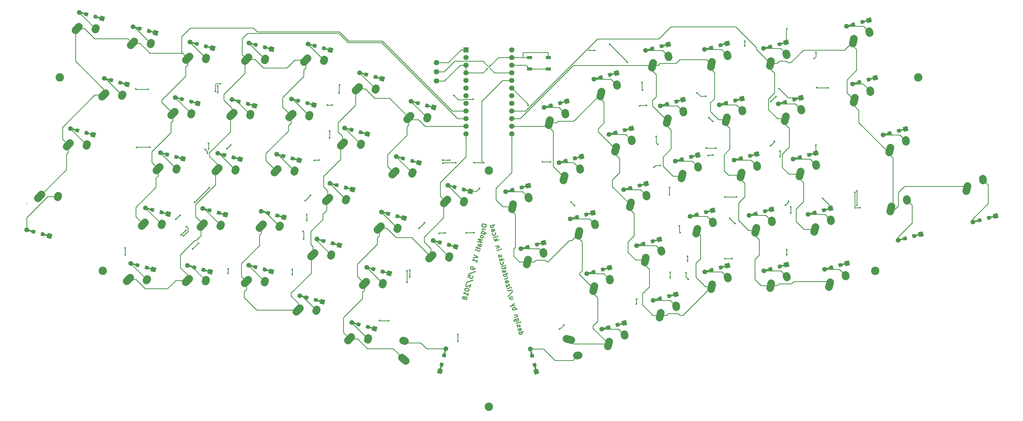
<source format=gbr>
%TF.GenerationSoftware,KiCad,Pcbnew,4.0.7*%
%TF.CreationDate,2018-09-12T19:18:30-05:00*%
%TF.ProjectId,ergo60tilt,6572676F363074696C742E6B69636164,rev?*%
%TF.FileFunction,Copper,L2,Bot,Signal*%
%FSLAX46Y46*%
G04 Gerber Fmt 4.6, Leading zero omitted, Abs format (unit mm)*
G04 Created by KiCad (PCBNEW 4.0.7) date 09/12/18 19:18:30*
%MOMM*%
%LPD*%
G01*
G04 APERTURE LIST*
%ADD10C,0.100000*%
%ADD11C,0.300000*%
%ADD12C,1.600000*%
%ADD13C,2.800000*%
%ADD14C,2.500000*%
%ADD15R,1.700000X1.000000*%
%ADD16R,1.752600X1.752600*%
%ADD17C,1.752600*%
%ADD18C,1.800000*%
%ADD19C,0.600000*%
%ADD20C,0.250000*%
G04 APERTURE END LIST*
D10*
D11*
X162004036Y-89442770D02*
X161930087Y-89718748D01*
X161962108Y-89875226D01*
X162063123Y-90050189D01*
X162320615Y-90193131D01*
X162803578Y-90322541D01*
X163098044Y-90327495D01*
X163273007Y-90226480D01*
X163378976Y-90106977D01*
X163452924Y-89830998D01*
X163420904Y-89674522D01*
X163319889Y-89499559D01*
X163062397Y-89356615D01*
X162579434Y-89227205D01*
X162284968Y-89222252D01*
X162110005Y-89323267D01*
X162004036Y-89442770D01*
X163120157Y-91072903D02*
X162154231Y-90814084D01*
X162430210Y-90888033D02*
X162273734Y-90920053D01*
X162186252Y-90970561D01*
X162080283Y-91090063D01*
X162043309Y-91228052D01*
X161747515Y-92331967D02*
X162920426Y-92646248D01*
X163076902Y-92614227D01*
X163164384Y-92563720D01*
X163270352Y-92444217D01*
X163325814Y-92237233D01*
X163293794Y-92080757D01*
X162644447Y-92572299D02*
X162750415Y-92452797D01*
X162824364Y-92176819D01*
X162792344Y-92020341D01*
X162741836Y-91932860D01*
X162622334Y-91826891D01*
X162208366Y-91715968D01*
X162051889Y-91747989D01*
X161964407Y-91798496D01*
X161858438Y-91917999D01*
X161784490Y-92193978D01*
X161816511Y-92350454D01*
X162473109Y-93487718D02*
X162441089Y-93331241D01*
X162390581Y-93243760D01*
X162271079Y-93137790D01*
X161857111Y-93026868D01*
X161700635Y-93058889D01*
X161613153Y-93109396D01*
X161507183Y-93228899D01*
X161451722Y-93435882D01*
X161483743Y-93592359D01*
X161534251Y-93679841D01*
X161653753Y-93785810D01*
X162067721Y-93896733D01*
X162224198Y-93864712D01*
X162311680Y-93814204D01*
X162417648Y-93694701D01*
X162473109Y-93487718D01*
X162177316Y-94591633D02*
X160728427Y-94203405D01*
X161955471Y-95419570D01*
X160506582Y-95031341D01*
X161604217Y-96730469D02*
X160845275Y-96527111D01*
X160725773Y-96421142D01*
X160693752Y-96264666D01*
X160767700Y-95988687D01*
X160873669Y-95869185D01*
X161535222Y-96711982D02*
X161641191Y-96592480D01*
X161733626Y-96247506D01*
X161701606Y-96091030D01*
X161582104Y-95985061D01*
X161444115Y-95948087D01*
X161287637Y-95980107D01*
X161181669Y-96099610D01*
X161089234Y-96444583D01*
X160983264Y-96564086D01*
X160508881Y-96954613D02*
X160360985Y-97506571D01*
X159970457Y-97032188D02*
X161212362Y-97364955D01*
X161331865Y-97470924D01*
X161363884Y-97627401D01*
X161326910Y-97765390D01*
X161197501Y-98248353D02*
X160231575Y-97989534D01*
X159748612Y-97860124D02*
X159836094Y-97809616D01*
X159886602Y-97897099D01*
X159799120Y-97947606D01*
X159748612Y-97860124D01*
X159886602Y-97897099D01*
X159323409Y-99447002D02*
X160642889Y-100318194D01*
X159064590Y-100412928D01*
X160180712Y-102043061D02*
X160402557Y-101215125D01*
X160291634Y-101629093D02*
X158842745Y-101240865D01*
X159086704Y-101158337D01*
X159261668Y-101057321D01*
X159367637Y-100937819D01*
X159700048Y-103836923D02*
X159626100Y-104112902D01*
X159520131Y-104232404D01*
X159432649Y-104282911D01*
X159188692Y-104365441D01*
X158894225Y-104360486D01*
X158342268Y-104212590D01*
X158222766Y-104106622D01*
X158172258Y-104019139D01*
X158140237Y-103862663D01*
X158214185Y-103586684D01*
X158320154Y-103467181D01*
X158407637Y-103416674D01*
X158564113Y-103384653D01*
X158909087Y-103477089D01*
X159028589Y-103583058D01*
X159079096Y-103670539D01*
X159111117Y-103827016D01*
X159037168Y-104102995D01*
X158931199Y-104222497D01*
X158843718Y-104273005D01*
X158687242Y-104305025D01*
X157553605Y-105776027D02*
X159749229Y-105033273D01*
X157308318Y-106967425D02*
X157493189Y-106277477D01*
X158201624Y-106393353D01*
X158114142Y-106443861D01*
X158008173Y-106563363D01*
X157915738Y-106908337D01*
X157947759Y-107064813D01*
X157998266Y-107152295D01*
X158117768Y-107258264D01*
X158462742Y-107350699D01*
X158619218Y-107318679D01*
X158706700Y-107268171D01*
X158812668Y-107148669D01*
X158905104Y-106803695D01*
X158873084Y-106647219D01*
X158822576Y-106559737D01*
X156777148Y-108673804D02*
X158972771Y-107931051D01*
X156873209Y-109143234D02*
X156785727Y-109193742D01*
X156679758Y-109313244D01*
X156587322Y-109658218D01*
X156619343Y-109814694D01*
X156669851Y-109902177D01*
X156789354Y-110008145D01*
X156927343Y-110045119D01*
X157152814Y-110031586D01*
X158202595Y-109425494D01*
X157962263Y-110322425D01*
X156273042Y-110831127D02*
X156236068Y-110969116D01*
X156268089Y-111125593D01*
X156318597Y-111213075D01*
X156438099Y-111319044D01*
X156695591Y-111461987D01*
X157040565Y-111554422D01*
X157335030Y-111559376D01*
X157491506Y-111527355D01*
X157578989Y-111476847D01*
X157684957Y-111357345D01*
X157721931Y-111219356D01*
X157689911Y-111062879D01*
X157639403Y-110975397D01*
X157519901Y-110869429D01*
X157262409Y-110726485D01*
X156917436Y-110634050D01*
X156622970Y-110629097D01*
X156466494Y-110661117D01*
X156379012Y-110711625D01*
X156273042Y-110831127D01*
X157222780Y-113082212D02*
X157444625Y-112254276D01*
X157333703Y-112668244D02*
X155884814Y-112280016D01*
X156128772Y-112197488D01*
X156303736Y-112096472D01*
X156409705Y-111976970D01*
X156173000Y-113688304D02*
X156140979Y-113531827D01*
X156090471Y-113444345D01*
X155970969Y-113338376D01*
X155901975Y-113319889D01*
X155745498Y-113351910D01*
X155658016Y-113402417D01*
X155552047Y-113521920D01*
X155478098Y-113797899D01*
X155510119Y-113954375D01*
X155560627Y-114041857D01*
X155680130Y-114147826D01*
X155749124Y-114166313D01*
X155905600Y-114134293D01*
X155993082Y-114083785D01*
X156099051Y-113964283D01*
X156173000Y-113688304D01*
X156278968Y-113568801D01*
X156366450Y-113518294D01*
X156522927Y-113486273D01*
X156798905Y-113560221D01*
X156918407Y-113666190D01*
X156968916Y-113753672D01*
X157000935Y-113910149D01*
X156926987Y-114186127D01*
X156821019Y-114305630D01*
X156733537Y-114356137D01*
X156577060Y-114388157D01*
X156301082Y-114314209D01*
X156181579Y-114208241D01*
X156131072Y-114120759D01*
X156099051Y-113964283D01*
X174281156Y-125382851D02*
X175730045Y-124994622D01*
X174350150Y-125364364D02*
X174318130Y-125520840D01*
X174392078Y-125796819D01*
X174498047Y-125916322D01*
X174585529Y-125966829D01*
X174742005Y-125998850D01*
X175155973Y-125887928D01*
X175275475Y-125781959D01*
X175325983Y-125694477D01*
X175358004Y-125538000D01*
X175284056Y-125262021D01*
X175178087Y-125142519D01*
X174017383Y-124122460D02*
X173985363Y-124278936D01*
X174059311Y-124554914D01*
X174165279Y-124674417D01*
X174321756Y-124706438D01*
X174873714Y-124558541D01*
X174993216Y-124452572D01*
X175025237Y-124296095D01*
X174951289Y-124020117D01*
X174845319Y-123900615D01*
X174688843Y-123868594D01*
X174550854Y-123905568D01*
X174597735Y-124632489D01*
X173850999Y-123501508D02*
X173745031Y-123382005D01*
X173671083Y-123106026D01*
X173703103Y-122949550D01*
X173822605Y-122843581D01*
X173891600Y-122825094D01*
X174048076Y-122857114D01*
X174154045Y-122976616D01*
X174209507Y-123183601D01*
X174315475Y-123303103D01*
X174471951Y-123335124D01*
X174540947Y-123316637D01*
X174660449Y-123210668D01*
X174692470Y-123054191D01*
X174637008Y-122847207D01*
X174531039Y-122727705D01*
X173449238Y-122278089D02*
X174415163Y-122019270D01*
X174898126Y-121889861D02*
X174847618Y-121977343D01*
X174760136Y-121926835D01*
X174810644Y-121839354D01*
X174898126Y-121889861D01*
X174760136Y-121926835D01*
X174063909Y-120708371D02*
X172890999Y-121022651D01*
X172771497Y-121128620D01*
X172720988Y-121216102D01*
X172688968Y-121372578D01*
X172744430Y-121579562D01*
X172850398Y-121699064D01*
X173166977Y-120948703D02*
X173134957Y-121105179D01*
X173208905Y-121381158D01*
X173314874Y-121500661D01*
X173402356Y-121551168D01*
X173558832Y-121583189D01*
X173972800Y-121472266D01*
X174092302Y-121366297D01*
X174142811Y-121278816D01*
X174174831Y-121122338D01*
X174100883Y-120846360D01*
X173994914Y-120726858D01*
X173879038Y-120018423D02*
X172913112Y-120277242D01*
X173741048Y-120055398D02*
X173791556Y-119967916D01*
X173823577Y-119811439D01*
X173768116Y-119604456D01*
X173662147Y-119484954D01*
X173505670Y-119452932D01*
X172746729Y-119656290D01*
X172266065Y-117862428D02*
X173714953Y-117474199D01*
X173162995Y-117622096D02*
X173195016Y-117465620D01*
X173121068Y-117189641D01*
X173015099Y-117070139D01*
X172927617Y-117019631D01*
X172771140Y-116987610D01*
X172357172Y-117098532D01*
X172237670Y-117204502D01*
X172187162Y-117291984D01*
X172155142Y-117448460D01*
X172229091Y-117724439D01*
X172335059Y-117843941D01*
X172917710Y-116430699D02*
X171859349Y-116344544D01*
X172732840Y-115740752D02*
X171859349Y-116344544D01*
X171551350Y-116574970D01*
X171500841Y-116662451D01*
X171468821Y-116818927D01*
X172122766Y-113463927D02*
X171156840Y-113722746D01*
X172289150Y-114084879D02*
X171530207Y-114288237D01*
X171373731Y-114256217D01*
X171267763Y-114136714D01*
X171212302Y-113929730D01*
X171244322Y-113773254D01*
X171294830Y-113685772D01*
X172212546Y-111591163D02*
X170682457Y-113332219D01*
X170509792Y-111307930D02*
X170615761Y-111427434D01*
X170772237Y-111459454D01*
X172014142Y-111126686D01*
X170361896Y-110755973D02*
X171327822Y-110497154D01*
X171810785Y-110367745D02*
X171760277Y-110455227D01*
X171672794Y-110404719D01*
X171723303Y-110317238D01*
X171810785Y-110367745D01*
X171672794Y-110404719D01*
X171179925Y-109945196D02*
X170976567Y-109186255D01*
X170213999Y-110204015D01*
X170010641Y-109445074D01*
X169696361Y-108272164D02*
X170455303Y-108068806D01*
X170611779Y-108100827D01*
X170717748Y-108220329D01*
X170791697Y-108496308D01*
X170759676Y-108652784D01*
X169765355Y-108253677D02*
X169733335Y-108410153D01*
X169825771Y-108755127D01*
X169931739Y-108874629D01*
X170088215Y-108906650D01*
X170226205Y-108869676D01*
X170345708Y-108763706D01*
X170377728Y-108607230D01*
X170285292Y-108262257D01*
X170317313Y-108105780D01*
X169511490Y-107582216D02*
X170477416Y-107323397D01*
X170201437Y-107397346D02*
X170320939Y-107291378D01*
X170371447Y-107203895D01*
X170403468Y-107047419D01*
X170366494Y-106909430D01*
X169104775Y-106064334D02*
X170553664Y-105676105D01*
X169173769Y-106045847D02*
X169141749Y-106202323D01*
X169215697Y-106478301D01*
X169321666Y-106597805D01*
X169409148Y-106648312D01*
X169565624Y-106680333D01*
X169979592Y-106569410D01*
X170099094Y-106463441D01*
X170149602Y-106375960D01*
X170181623Y-106219482D01*
X170107675Y-105943504D01*
X170001706Y-105824002D01*
X169007385Y-105424894D02*
X168901417Y-105305392D01*
X168827469Y-105029413D01*
X168859489Y-104872936D01*
X168978991Y-104766968D01*
X169047986Y-104748481D01*
X169204462Y-104780501D01*
X169310432Y-104900003D01*
X169365893Y-105106987D01*
X169471861Y-105226490D01*
X169628338Y-105258511D01*
X169697333Y-105240024D01*
X169816835Y-105134054D01*
X169848856Y-104977578D01*
X169793394Y-104770594D01*
X169687425Y-104651091D01*
X169627011Y-104149641D02*
X169479114Y-103597683D01*
X170054512Y-103813247D02*
X168812607Y-104146015D01*
X168656131Y-104113995D01*
X168550162Y-103994492D01*
X168513188Y-103856502D01*
X168383779Y-103373539D02*
X169349705Y-103114720D01*
X169832667Y-102985311D02*
X169782160Y-103072793D01*
X169694677Y-103022285D01*
X169745185Y-102934804D01*
X169832667Y-102985311D01*
X169694677Y-103022285D01*
X168101518Y-102044153D02*
X168069498Y-102200629D01*
X168143447Y-102476608D01*
X168249415Y-102596111D01*
X168336897Y-102646618D01*
X168493374Y-102678639D01*
X168907341Y-102567717D01*
X169026844Y-102461748D01*
X169077352Y-102374266D01*
X169109372Y-102217789D01*
X169035424Y-101941810D01*
X168929455Y-101822308D01*
X167866141Y-101441688D02*
X169315029Y-101053459D01*
X168381124Y-101155802D02*
X167718244Y-100889731D01*
X168684170Y-100630912D02*
X168280108Y-101330766D01*
X167639342Y-100319286D02*
X167533373Y-100199783D01*
X167459425Y-99923804D01*
X167491445Y-99767328D01*
X167610947Y-99661360D01*
X167679942Y-99642872D01*
X167836419Y-99674892D01*
X167942388Y-99794394D01*
X167997849Y-100001379D01*
X168103817Y-100120881D01*
X168260294Y-100152902D01*
X168329289Y-100134415D01*
X168448791Y-100028446D01*
X168480812Y-99871969D01*
X168425351Y-99664985D01*
X168319381Y-99545483D01*
X166941787Y-97991952D02*
X167907713Y-97733133D01*
X168390676Y-97603724D02*
X168340168Y-97691206D01*
X168252685Y-97640698D01*
X168303194Y-97553217D01*
X168390676Y-97603724D01*
X168252685Y-97640698D01*
X167722842Y-97043186D02*
X166756916Y-97302005D01*
X167584852Y-97080160D02*
X167635360Y-96992679D01*
X167667381Y-96836202D01*
X167611919Y-96629218D01*
X167505950Y-96509716D01*
X167349474Y-96477695D01*
X166590532Y-96681053D01*
X166109868Y-94887190D02*
X167558757Y-94498962D01*
X166624851Y-94601305D02*
X165961972Y-94335233D01*
X166927898Y-94076414D02*
X166523836Y-94776268D01*
X165795588Y-93714280D02*
X166761514Y-93455461D01*
X167244477Y-93326052D02*
X167193969Y-93413534D01*
X167106487Y-93363026D01*
X167156995Y-93275545D01*
X167244477Y-93326052D01*
X167106487Y-93363026D01*
X165513328Y-92384894D02*
X165481308Y-92541370D01*
X165555256Y-92817349D01*
X165661224Y-92936852D01*
X165748706Y-92987359D01*
X165905183Y-93019380D01*
X166319151Y-92908458D01*
X166438653Y-92802488D01*
X166489161Y-92715007D01*
X166521182Y-92558530D01*
X166447234Y-92282551D01*
X166341264Y-92163049D01*
X165111566Y-91161476D02*
X165870508Y-90958119D01*
X166026984Y-90990140D01*
X166132953Y-91109642D01*
X166206902Y-91385620D01*
X166174881Y-91542097D01*
X165180560Y-91142990D02*
X165148540Y-91299466D01*
X165240976Y-91644439D01*
X165346944Y-91763942D01*
X165503421Y-91795963D01*
X165641410Y-91758989D01*
X165760913Y-91653019D01*
X165792933Y-91496543D01*
X165700497Y-91151569D01*
X165732518Y-90995093D01*
X164760312Y-89850577D02*
X166209201Y-89462348D01*
X164829306Y-89832090D02*
X164797286Y-89988566D01*
X164871234Y-90264545D01*
X164977203Y-90384048D01*
X165064685Y-90434555D01*
X165221161Y-90466576D01*
X165635129Y-90355654D01*
X165754631Y-90249684D01*
X165805139Y-90162203D01*
X165837160Y-90005726D01*
X165763212Y-89729747D01*
X165657243Y-89610245D01*
D10*
G36*
X30965890Y-19020156D02*
X30655307Y-20179267D01*
X29496196Y-19868684D01*
X29806779Y-18709573D01*
X30965890Y-19020156D01*
X30965890Y-19020156D01*
G37*
G36*
X34008556Y-19835436D02*
X33697973Y-20994547D01*
X32538862Y-20683964D01*
X32849445Y-19524853D01*
X34008556Y-19835436D01*
X34008556Y-19835436D01*
G37*
G36*
X36499283Y-20295769D02*
X36085172Y-21841250D01*
X34539691Y-21427139D01*
X34953802Y-19881658D01*
X36499283Y-20295769D01*
X36499283Y-20295769D01*
G37*
D12*
X27985265Y-18842666D03*
D10*
G36*
X35632488Y-20632913D02*
X35503079Y-21115876D01*
X33088264Y-20468829D01*
X33217673Y-19985866D01*
X35632488Y-20632913D01*
X35632488Y-20632913D01*
G37*
G36*
X30416488Y-19235291D02*
X30287079Y-19718254D01*
X27872264Y-19071207D01*
X28001673Y-18588244D01*
X30416488Y-19235291D01*
X30416488Y-19235291D01*
G37*
G36*
X48791750Y-23796580D02*
X48481167Y-24955691D01*
X47322056Y-24645108D01*
X47632639Y-23485997D01*
X48791750Y-23796580D01*
X48791750Y-23796580D01*
G37*
G36*
X51834416Y-24611860D02*
X51523833Y-25770971D01*
X50364722Y-25460388D01*
X50675305Y-24301277D01*
X51834416Y-24611860D01*
X51834416Y-24611860D01*
G37*
G36*
X54325143Y-25072193D02*
X53911032Y-26617674D01*
X52365551Y-26203563D01*
X52779662Y-24658082D01*
X54325143Y-25072193D01*
X54325143Y-25072193D01*
G37*
D12*
X45811125Y-23619090D03*
D10*
G36*
X53458348Y-25409337D02*
X53328939Y-25892300D01*
X50914124Y-25245253D01*
X51043533Y-24762290D01*
X53458348Y-25409337D01*
X53458348Y-25409337D01*
G37*
G36*
X48242348Y-24011715D02*
X48112939Y-24494678D01*
X45698124Y-23847631D01*
X45827533Y-23364668D01*
X48242348Y-24011715D01*
X48242348Y-24011715D01*
G37*
G36*
X39261025Y-40964841D02*
X38950442Y-42123952D01*
X37791331Y-41813369D01*
X38101914Y-40654258D01*
X39261025Y-40964841D01*
X39261025Y-40964841D01*
G37*
G36*
X42303691Y-41780121D02*
X41993108Y-42939232D01*
X40833997Y-42628649D01*
X41144580Y-41469538D01*
X42303691Y-41780121D01*
X42303691Y-41780121D01*
G37*
G36*
X44794418Y-42240454D02*
X44380307Y-43785935D01*
X42834826Y-43371824D01*
X43248937Y-41826343D01*
X44794418Y-42240454D01*
X44794418Y-42240454D01*
G37*
D12*
X36280400Y-40787351D03*
D10*
G36*
X43927623Y-42577598D02*
X43798214Y-43060561D01*
X41383399Y-42413514D01*
X41512808Y-41930551D01*
X43927623Y-42577598D01*
X43927623Y-42577598D01*
G37*
G36*
X38711623Y-41179976D02*
X38582214Y-41662939D01*
X36167399Y-41015892D01*
X36296808Y-40532929D01*
X38711623Y-41179976D01*
X38711623Y-41179976D01*
G37*
G36*
X28005217Y-57670868D02*
X27694634Y-58829979D01*
X26535523Y-58519396D01*
X26846106Y-57360285D01*
X28005217Y-57670868D01*
X28005217Y-57670868D01*
G37*
G36*
X31047883Y-58486148D02*
X30737300Y-59645259D01*
X29578189Y-59334676D01*
X29888772Y-58175565D01*
X31047883Y-58486148D01*
X31047883Y-58486148D01*
G37*
G36*
X33538610Y-58946481D02*
X33124499Y-60491962D01*
X31579018Y-60077851D01*
X31993129Y-58532370D01*
X33538610Y-58946481D01*
X33538610Y-58946481D01*
G37*
D12*
X25024592Y-57493378D03*
D10*
G36*
X32671815Y-59283625D02*
X32542406Y-59766588D01*
X30127591Y-59119541D01*
X30257000Y-58636578D01*
X32671815Y-59283625D01*
X32671815Y-59283625D01*
G37*
G36*
X27455815Y-57886003D02*
X27326406Y-58368966D01*
X24911591Y-57721919D01*
X25041000Y-57238956D01*
X27455815Y-57886003D01*
X27455815Y-57886003D01*
G37*
G36*
X13431197Y-91360855D02*
X13120614Y-92519966D01*
X11961503Y-92209383D01*
X12272086Y-91050272D01*
X13431197Y-91360855D01*
X13431197Y-91360855D01*
G37*
G36*
X16473863Y-92176135D02*
X16163280Y-93335246D01*
X15004169Y-93024663D01*
X15314752Y-91865552D01*
X16473863Y-92176135D01*
X16473863Y-92176135D01*
G37*
G36*
X18964590Y-92636468D02*
X18550479Y-94181949D01*
X17004998Y-93767838D01*
X17419109Y-92222357D01*
X18964590Y-92636468D01*
X18964590Y-92636468D01*
G37*
D12*
X10450572Y-91183365D03*
D10*
G36*
X18097795Y-92973612D02*
X17968386Y-93456575D01*
X15553571Y-92809528D01*
X15682980Y-92326565D01*
X18097795Y-92973612D01*
X18097795Y-92973612D01*
G37*
G36*
X12881795Y-91575990D02*
X12752386Y-92058953D01*
X10337571Y-91411906D01*
X10466980Y-90928943D01*
X12881795Y-91575990D01*
X12881795Y-91575990D01*
G37*
G36*
X67767664Y-28881161D02*
X67457081Y-30040272D01*
X66297970Y-29729689D01*
X66608553Y-28570578D01*
X67767664Y-28881161D01*
X67767664Y-28881161D01*
G37*
G36*
X70810330Y-29696441D02*
X70499747Y-30855552D01*
X69340636Y-30544969D01*
X69651219Y-29385858D01*
X70810330Y-29696441D01*
X70810330Y-29696441D01*
G37*
G36*
X73301057Y-30156774D02*
X72886946Y-31702255D01*
X71341465Y-31288144D01*
X71755576Y-29742663D01*
X73301057Y-30156774D01*
X73301057Y-30156774D01*
G37*
D12*
X64787039Y-28703671D03*
D10*
G36*
X72434262Y-30493918D02*
X72304853Y-30976881D01*
X69890038Y-30329834D01*
X70019447Y-29846871D01*
X72434262Y-30493918D01*
X72434262Y-30493918D01*
G37*
G36*
X67218262Y-29096296D02*
X67088853Y-29579259D01*
X64674038Y-28932212D01*
X64803447Y-28449249D01*
X67218262Y-29096296D01*
X67218262Y-29096296D01*
G37*
G36*
X62837160Y-47282048D02*
X62526577Y-48441159D01*
X61367466Y-48130576D01*
X61678049Y-46971465D01*
X62837160Y-47282048D01*
X62837160Y-47282048D01*
G37*
G36*
X65879826Y-48097328D02*
X65569243Y-49256439D01*
X64410132Y-48945856D01*
X64720715Y-47786745D01*
X65879826Y-48097328D01*
X65879826Y-48097328D01*
G37*
G36*
X68370553Y-48557661D02*
X67956442Y-50103142D01*
X66410961Y-49689031D01*
X66825072Y-48143550D01*
X68370553Y-48557661D01*
X68370553Y-48557661D01*
G37*
D12*
X59856535Y-47104558D03*
D10*
G36*
X67503758Y-48894805D02*
X67374349Y-49377768D01*
X64959534Y-48730721D01*
X65088943Y-48247758D01*
X67503758Y-48894805D01*
X67503758Y-48894805D01*
G37*
G36*
X62287758Y-47497183D02*
X62158349Y-47980146D01*
X59743534Y-47333099D01*
X59872943Y-46850136D01*
X62287758Y-47497183D01*
X62287758Y-47497183D01*
G37*
G36*
X57906658Y-65682935D02*
X57596075Y-66842046D01*
X56436964Y-66531463D01*
X56747547Y-65372352D01*
X57906658Y-65682935D01*
X57906658Y-65682935D01*
G37*
G36*
X60949324Y-66498215D02*
X60638741Y-67657326D01*
X59479630Y-67346743D01*
X59790213Y-66187632D01*
X60949324Y-66498215D01*
X60949324Y-66498215D01*
G37*
G36*
X63440051Y-66958548D02*
X63025940Y-68504029D01*
X61480459Y-68089918D01*
X61894570Y-66544437D01*
X63440051Y-66958548D01*
X63440051Y-66958548D01*
G37*
D12*
X54926033Y-65505445D03*
D10*
G36*
X62573256Y-67295692D02*
X62443847Y-67778655D01*
X60029032Y-67131608D01*
X60158441Y-66648645D01*
X62573256Y-67295692D01*
X62573256Y-67295692D01*
G37*
G36*
X57357256Y-65898070D02*
X57227847Y-66381033D01*
X54813032Y-65733986D01*
X54942441Y-65251023D01*
X57357256Y-65898070D01*
X57357256Y-65898070D01*
G37*
G36*
X52976155Y-84083822D02*
X52665572Y-85242933D01*
X51506461Y-84932350D01*
X51817044Y-83773239D01*
X52976155Y-84083822D01*
X52976155Y-84083822D01*
G37*
G36*
X56018821Y-84899102D02*
X55708238Y-86058213D01*
X54549127Y-85747630D01*
X54859710Y-84588519D01*
X56018821Y-84899102D01*
X56018821Y-84899102D01*
G37*
G36*
X58509548Y-85359435D02*
X58095437Y-86904916D01*
X56549956Y-86490805D01*
X56964067Y-84945324D01*
X58509548Y-85359435D01*
X58509548Y-85359435D01*
G37*
D12*
X49995530Y-83906332D03*
D10*
G36*
X57642753Y-85696579D02*
X57513344Y-86179542D01*
X55098529Y-85532495D01*
X55227938Y-85049532D01*
X57642753Y-85696579D01*
X57642753Y-85696579D01*
G37*
G36*
X52426753Y-84298957D02*
X52297344Y-84781920D01*
X49882529Y-84134873D01*
X50011938Y-83651910D01*
X52426753Y-84298957D01*
X52426753Y-84298957D01*
G37*
G36*
X48045652Y-102484709D02*
X47735069Y-103643820D01*
X46575958Y-103333237D01*
X46886541Y-102174126D01*
X48045652Y-102484709D01*
X48045652Y-102484709D01*
G37*
G36*
X51088318Y-103299989D02*
X50777735Y-104459100D01*
X49618624Y-104148517D01*
X49929207Y-102989406D01*
X51088318Y-103299989D01*
X51088318Y-103299989D01*
G37*
G36*
X53579045Y-103760322D02*
X53164934Y-105305803D01*
X51619453Y-104891692D01*
X52033564Y-103346211D01*
X53579045Y-103760322D01*
X53579045Y-103760322D01*
G37*
D12*
X45065027Y-102307219D03*
D10*
G36*
X52712250Y-104097466D02*
X52582841Y-104580429D01*
X50168026Y-103933382D01*
X50297435Y-103450419D01*
X52712250Y-104097466D01*
X52712250Y-104097466D01*
G37*
G36*
X47496250Y-102699844D02*
X47366841Y-103182807D01*
X44952026Y-102535760D01*
X45081435Y-102052797D01*
X47496250Y-102699844D01*
X47496250Y-102699844D01*
G37*
G36*
X87401176Y-29211442D02*
X87090593Y-30370553D01*
X85931482Y-30059970D01*
X86242065Y-28900859D01*
X87401176Y-29211442D01*
X87401176Y-29211442D01*
G37*
G36*
X90443842Y-30026722D02*
X90133259Y-31185833D01*
X88974148Y-30875250D01*
X89284731Y-29716139D01*
X90443842Y-30026722D01*
X90443842Y-30026722D01*
G37*
G36*
X92934569Y-30487055D02*
X92520458Y-32032536D01*
X90974977Y-31618425D01*
X91389088Y-30072944D01*
X92934569Y-30487055D01*
X92934569Y-30487055D01*
G37*
D12*
X84420551Y-29033952D03*
D10*
G36*
X92067774Y-30824199D02*
X91938365Y-31307162D01*
X89523550Y-30660115D01*
X89652959Y-30177152D01*
X92067774Y-30824199D01*
X92067774Y-30824199D01*
G37*
G36*
X86851774Y-29426577D02*
X86722365Y-29909540D01*
X84307550Y-29262493D01*
X84436959Y-28779530D01*
X86851774Y-29426577D01*
X86851774Y-29426577D01*
G37*
G36*
X81741568Y-48033278D02*
X81430985Y-49192389D01*
X80271874Y-48881806D01*
X80582457Y-47722695D01*
X81741568Y-48033278D01*
X81741568Y-48033278D01*
G37*
G36*
X84784234Y-48848558D02*
X84473651Y-50007669D01*
X83314540Y-49697086D01*
X83625123Y-48537975D01*
X84784234Y-48848558D01*
X84784234Y-48848558D01*
G37*
G36*
X87274961Y-49308891D02*
X86860850Y-50854372D01*
X85315369Y-50440261D01*
X85729480Y-48894780D01*
X87274961Y-49308891D01*
X87274961Y-49308891D01*
G37*
D12*
X78760943Y-47855788D03*
D10*
G36*
X86408166Y-49646035D02*
X86278757Y-50128998D01*
X83863942Y-49481951D01*
X83993351Y-48998988D01*
X86408166Y-49646035D01*
X86408166Y-49646035D01*
G37*
G36*
X81192166Y-48248413D02*
X81062757Y-48731376D01*
X78647942Y-48084329D01*
X78777351Y-47601366D01*
X81192166Y-48248413D01*
X81192166Y-48248413D01*
G37*
G36*
X76965144Y-65859138D02*
X76654561Y-67018249D01*
X75495450Y-66707666D01*
X75806033Y-65548555D01*
X76965144Y-65859138D01*
X76965144Y-65859138D01*
G37*
G36*
X80007810Y-66674418D02*
X79697227Y-67833529D01*
X78538116Y-67522946D01*
X78848699Y-66363835D01*
X80007810Y-66674418D01*
X80007810Y-66674418D01*
G37*
G36*
X82498537Y-67134751D02*
X82084426Y-68680232D01*
X80538945Y-68266121D01*
X80953056Y-66720640D01*
X82498537Y-67134751D01*
X82498537Y-67134751D01*
G37*
D12*
X73984519Y-65681648D03*
D10*
G36*
X81631742Y-67471895D02*
X81502333Y-67954858D01*
X79087518Y-67307811D01*
X79216927Y-66824848D01*
X81631742Y-67471895D01*
X81631742Y-67471895D01*
G37*
G36*
X76415742Y-66074273D02*
X76286333Y-66557236D01*
X73871518Y-65910189D01*
X74000927Y-65427226D01*
X76415742Y-66074273D01*
X76415742Y-66074273D01*
G37*
G36*
X72034641Y-84260024D02*
X71724058Y-85419135D01*
X70564947Y-85108552D01*
X70875530Y-83949441D01*
X72034641Y-84260024D01*
X72034641Y-84260024D01*
G37*
G36*
X75077307Y-85075304D02*
X74766724Y-86234415D01*
X73607613Y-85923832D01*
X73918196Y-84764721D01*
X75077307Y-85075304D01*
X75077307Y-85075304D01*
G37*
G36*
X77568034Y-85535637D02*
X77153923Y-87081118D01*
X75608442Y-86667007D01*
X76022553Y-85121526D01*
X77568034Y-85535637D01*
X77568034Y-85535637D01*
G37*
D12*
X69054016Y-84082534D03*
D10*
G36*
X76701239Y-85872781D02*
X76571830Y-86355744D01*
X74157015Y-85708697D01*
X74286424Y-85225734D01*
X76701239Y-85872781D01*
X76701239Y-85872781D01*
G37*
G36*
X71485239Y-84475159D02*
X71355830Y-84958122D01*
X68941015Y-84311075D01*
X69070424Y-83828112D01*
X71485239Y-84475159D01*
X71485239Y-84475159D01*
G37*
G36*
X66950059Y-103235939D02*
X66639476Y-104395050D01*
X65480365Y-104084467D01*
X65790948Y-102925356D01*
X66950059Y-103235939D01*
X66950059Y-103235939D01*
G37*
G36*
X69992725Y-104051219D02*
X69682142Y-105210330D01*
X68523031Y-104899747D01*
X68833614Y-103740636D01*
X69992725Y-104051219D01*
X69992725Y-104051219D01*
G37*
G36*
X72483452Y-104511552D02*
X72069341Y-106057033D01*
X70523860Y-105642922D01*
X70937971Y-104097441D01*
X72483452Y-104511552D01*
X72483452Y-104511552D01*
G37*
D12*
X63969434Y-103058449D03*
D10*
G36*
X71616657Y-104848696D02*
X71487248Y-105331659D01*
X69072433Y-104684612D01*
X69201842Y-104201649D01*
X71616657Y-104848696D01*
X71616657Y-104848696D01*
G37*
G36*
X66400657Y-103451074D02*
X66271248Y-103934037D01*
X63856433Y-103286990D01*
X63985842Y-102804027D01*
X66400657Y-103451074D01*
X66400657Y-103451074D01*
G37*
G36*
X107034689Y-29541723D02*
X106724106Y-30700834D01*
X105564995Y-30390251D01*
X105875578Y-29231140D01*
X107034689Y-29541723D01*
X107034689Y-29541723D01*
G37*
G36*
X110077355Y-30357003D02*
X109766772Y-31516114D01*
X108607661Y-31205531D01*
X108918244Y-30046420D01*
X110077355Y-30357003D01*
X110077355Y-30357003D01*
G37*
G36*
X112568082Y-30817336D02*
X112153971Y-32362817D01*
X110608490Y-31948706D01*
X111022601Y-30403225D01*
X112568082Y-30817336D01*
X112568082Y-30817336D01*
G37*
D12*
X104054064Y-29364233D03*
D10*
G36*
X111701287Y-31154480D02*
X111571878Y-31637443D01*
X109157063Y-30990396D01*
X109286472Y-30507433D01*
X111701287Y-31154480D01*
X111701287Y-31154480D01*
G37*
G36*
X106485287Y-29756858D02*
X106355878Y-30239821D01*
X103941063Y-29592774D01*
X104070472Y-29109811D01*
X106485287Y-29756858D01*
X106485287Y-29756858D01*
G37*
G36*
X101529159Y-47788532D02*
X101218576Y-48947643D01*
X100059465Y-48637060D01*
X100370048Y-47477949D01*
X101529159Y-47788532D01*
X101529159Y-47788532D01*
G37*
G36*
X104571825Y-48603812D02*
X104261242Y-49762923D01*
X103102131Y-49452340D01*
X103412714Y-48293229D01*
X104571825Y-48603812D01*
X104571825Y-48603812D01*
G37*
G36*
X107062552Y-49064145D02*
X106648441Y-50609626D01*
X105102960Y-50195515D01*
X105517071Y-48650034D01*
X107062552Y-49064145D01*
X107062552Y-49064145D01*
G37*
D12*
X98548534Y-47611042D03*
D10*
G36*
X106195757Y-49401289D02*
X106066348Y-49884252D01*
X103651533Y-49237205D01*
X103780942Y-48754242D01*
X106195757Y-49401289D01*
X106195757Y-49401289D01*
G37*
G36*
X100979757Y-48003667D02*
X100850348Y-48486630D01*
X98435533Y-47839583D01*
X98564942Y-47356620D01*
X100979757Y-48003667D01*
X100979757Y-48003667D01*
G37*
G36*
X96598656Y-66189419D02*
X96288073Y-67348530D01*
X95128962Y-67037947D01*
X95439545Y-65878836D01*
X96598656Y-66189419D01*
X96598656Y-66189419D01*
G37*
G36*
X99641322Y-67004699D02*
X99330739Y-68163810D01*
X98171628Y-67853227D01*
X98482211Y-66694116D01*
X99641322Y-67004699D01*
X99641322Y-67004699D01*
G37*
G36*
X102132049Y-67465032D02*
X101717938Y-69010513D01*
X100172457Y-68596402D01*
X100586568Y-67050921D01*
X102132049Y-67465032D01*
X102132049Y-67465032D01*
G37*
D12*
X93618031Y-66011929D03*
D10*
G36*
X101265254Y-67802176D02*
X101135845Y-68285139D01*
X98721030Y-67638092D01*
X98850439Y-67155129D01*
X101265254Y-67802176D01*
X101265254Y-67802176D01*
G37*
G36*
X96049254Y-66404554D02*
X95919845Y-66887517D01*
X93505030Y-66240470D01*
X93634439Y-65757507D01*
X96049254Y-66404554D01*
X96049254Y-66404554D01*
G37*
G36*
X91514075Y-85165333D02*
X91203492Y-86324444D01*
X90044381Y-86013861D01*
X90354964Y-84854750D01*
X91514075Y-85165333D01*
X91514075Y-85165333D01*
G37*
G36*
X94556741Y-85980613D02*
X94246158Y-87139724D01*
X93087047Y-86829141D01*
X93397630Y-85670030D01*
X94556741Y-85980613D01*
X94556741Y-85980613D01*
G37*
G36*
X97047468Y-86440946D02*
X96633357Y-87986427D01*
X95087876Y-87572316D01*
X95501987Y-86026835D01*
X97047468Y-86440946D01*
X97047468Y-86440946D01*
G37*
D12*
X88533450Y-84987843D03*
D10*
G36*
X96180673Y-86778090D02*
X96051264Y-87261053D01*
X93636449Y-86614006D01*
X93765858Y-86131043D01*
X96180673Y-86778090D01*
X96180673Y-86778090D01*
G37*
G36*
X90964673Y-85380468D02*
X90835264Y-85863431D01*
X88420449Y-85216384D01*
X88549858Y-84733421D01*
X90964673Y-85380468D01*
X90964673Y-85380468D01*
G37*
G36*
X87312678Y-103145271D02*
X87002095Y-104304382D01*
X85842984Y-103993799D01*
X86153567Y-102834688D01*
X87312678Y-103145271D01*
X87312678Y-103145271D01*
G37*
G36*
X90355344Y-103960551D02*
X90044761Y-105119662D01*
X88885650Y-104809079D01*
X89196233Y-103649968D01*
X90355344Y-103960551D01*
X90355344Y-103960551D01*
G37*
G36*
X92846071Y-104420884D02*
X92431960Y-105966365D01*
X90886479Y-105552254D01*
X91300590Y-104006773D01*
X92846071Y-104420884D01*
X92846071Y-104420884D01*
G37*
D12*
X84332053Y-102967781D03*
D10*
G36*
X91979276Y-104758028D02*
X91849867Y-105240991D01*
X89435052Y-104593944D01*
X89564461Y-104110981D01*
X91979276Y-104758028D01*
X91979276Y-104758028D01*
G37*
G36*
X86763276Y-103360406D02*
X86633867Y-103843369D01*
X84219052Y-103196322D01*
X84348461Y-102713359D01*
X86763276Y-103360406D01*
X86763276Y-103360406D01*
G37*
G36*
X124202951Y-39072448D02*
X123892368Y-40231559D01*
X122733257Y-39920976D01*
X123043840Y-38761865D01*
X124202951Y-39072448D01*
X124202951Y-39072448D01*
G37*
G36*
X127245617Y-39887728D02*
X126935034Y-41046839D01*
X125775923Y-40736256D01*
X126086506Y-39577145D01*
X127245617Y-39887728D01*
X127245617Y-39887728D01*
G37*
G36*
X129736344Y-40348061D02*
X129322233Y-41893542D01*
X127776752Y-41479431D01*
X128190863Y-39933950D01*
X129736344Y-40348061D01*
X129736344Y-40348061D01*
G37*
D12*
X121222326Y-38894958D03*
D10*
G36*
X128869549Y-40685205D02*
X128740140Y-41168168D01*
X126325325Y-40521121D01*
X126454734Y-40038158D01*
X128869549Y-40685205D01*
X128869549Y-40685205D01*
G37*
G36*
X123653549Y-39287583D02*
X123524140Y-39770546D01*
X121109325Y-39123499D01*
X121238734Y-38640536D01*
X123653549Y-39287583D01*
X123653549Y-39287583D01*
G37*
G36*
X119272448Y-57473335D02*
X118961865Y-58632446D01*
X117802754Y-58321863D01*
X118113337Y-57162752D01*
X119272448Y-57473335D01*
X119272448Y-57473335D01*
G37*
G36*
X122315114Y-58288615D02*
X122004531Y-59447726D01*
X120845420Y-59137143D01*
X121156003Y-57978032D01*
X122315114Y-58288615D01*
X122315114Y-58288615D01*
G37*
G36*
X124805841Y-58748948D02*
X124391730Y-60294429D01*
X122846249Y-59880318D01*
X123260360Y-58334837D01*
X124805841Y-58748948D01*
X124805841Y-58748948D01*
G37*
D12*
X116291823Y-57295845D03*
D10*
G36*
X123939046Y-59086092D02*
X123809637Y-59569055D01*
X121394822Y-58922008D01*
X121524231Y-58439045D01*
X123939046Y-59086092D01*
X123939046Y-59086092D01*
G37*
G36*
X118723046Y-57688470D02*
X118593637Y-58171433D01*
X116178822Y-57524386D01*
X116308231Y-57041423D01*
X118723046Y-57688470D01*
X118723046Y-57688470D01*
G37*
G36*
X114341945Y-75874221D02*
X114031362Y-77033332D01*
X112872251Y-76722749D01*
X113182834Y-75563638D01*
X114341945Y-75874221D01*
X114341945Y-75874221D01*
G37*
G36*
X117384611Y-76689501D02*
X117074028Y-77848612D01*
X115914917Y-77538029D01*
X116225500Y-76378918D01*
X117384611Y-76689501D01*
X117384611Y-76689501D01*
G37*
G36*
X119875338Y-77149834D02*
X119461227Y-78695315D01*
X117915746Y-78281204D01*
X118329857Y-76735723D01*
X119875338Y-77149834D01*
X119875338Y-77149834D01*
G37*
D12*
X111361320Y-75696731D03*
D10*
G36*
X119008543Y-77486978D02*
X118879134Y-77969941D01*
X116464319Y-77322894D01*
X116593728Y-76839931D01*
X119008543Y-77486978D01*
X119008543Y-77486978D01*
G37*
G36*
X113792543Y-76089356D02*
X113663134Y-76572319D01*
X111248319Y-75925272D01*
X111377728Y-75442309D01*
X113792543Y-76089356D01*
X113792543Y-76089356D01*
G37*
G36*
X109986470Y-94429187D02*
X109675887Y-95588298D01*
X108516776Y-95277715D01*
X108827359Y-94118604D01*
X109986470Y-94429187D01*
X109986470Y-94429187D01*
G37*
G36*
X113029136Y-95244467D02*
X112718553Y-96403578D01*
X111559442Y-96092995D01*
X111870025Y-94933884D01*
X113029136Y-95244467D01*
X113029136Y-95244467D01*
G37*
G36*
X115519863Y-95704800D02*
X115105752Y-97250281D01*
X113560271Y-96836170D01*
X113974382Y-95290689D01*
X115519863Y-95704800D01*
X115519863Y-95704800D01*
G37*
D12*
X107005845Y-94251697D03*
D10*
G36*
X114653068Y-96041944D02*
X114523659Y-96524907D01*
X112108844Y-95877860D01*
X112238253Y-95394897D01*
X114653068Y-96041944D01*
X114653068Y-96041944D01*
G37*
G36*
X109437068Y-94644322D02*
X109307659Y-95127285D01*
X106892844Y-94480238D01*
X107022253Y-93997275D01*
X109437068Y-94644322D01*
X109437068Y-94644322D01*
G37*
G36*
X104326861Y-113251022D02*
X104016278Y-114410133D01*
X102857167Y-114099550D01*
X103167750Y-112940439D01*
X104326861Y-113251022D01*
X104326861Y-113251022D01*
G37*
G36*
X107369527Y-114066302D02*
X107058944Y-115225413D01*
X105899833Y-114914830D01*
X106210416Y-113755719D01*
X107369527Y-114066302D01*
X107369527Y-114066302D01*
G37*
G36*
X109860254Y-114526635D02*
X109446143Y-116072116D01*
X107900662Y-115658005D01*
X108314773Y-114112524D01*
X109860254Y-114526635D01*
X109860254Y-114526635D01*
G37*
D12*
X101346236Y-113073532D03*
D10*
G36*
X108993459Y-114863779D02*
X108864050Y-115346742D01*
X106449235Y-114699695D01*
X106578644Y-114216732D01*
X108993459Y-114863779D01*
X108993459Y-114863779D01*
G37*
G36*
X103777459Y-113466157D02*
X103648050Y-113949120D01*
X101233235Y-113302073D01*
X101362644Y-112819110D01*
X103777459Y-113466157D01*
X103777459Y-113466157D01*
G37*
G36*
X141371212Y-48603173D02*
X141060629Y-49762284D01*
X139901518Y-49451701D01*
X140212101Y-48292590D01*
X141371212Y-48603173D01*
X141371212Y-48603173D01*
G37*
G36*
X144413878Y-49418453D02*
X144103295Y-50577564D01*
X142944184Y-50266981D01*
X143254767Y-49107870D01*
X144413878Y-49418453D01*
X144413878Y-49418453D01*
G37*
G36*
X146904605Y-49878786D02*
X146490494Y-51424267D01*
X144945013Y-51010156D01*
X145359124Y-49464675D01*
X146904605Y-49878786D01*
X146904605Y-49878786D01*
G37*
D12*
X138390587Y-48425683D03*
D10*
G36*
X146037810Y-50215930D02*
X145908401Y-50698893D01*
X143493586Y-50051846D01*
X143622995Y-49568883D01*
X146037810Y-50215930D01*
X146037810Y-50215930D01*
G37*
G36*
X140821810Y-48818308D02*
X140692401Y-49301271D01*
X138277586Y-48654224D01*
X138406995Y-48171261D01*
X140821810Y-48818308D01*
X140821810Y-48818308D01*
G37*
G36*
X136440709Y-67004059D02*
X136130126Y-68163170D01*
X134971015Y-67852587D01*
X135281598Y-66693476D01*
X136440709Y-67004059D01*
X136440709Y-67004059D01*
G37*
G36*
X139483375Y-67819339D02*
X139172792Y-68978450D01*
X138013681Y-68667867D01*
X138324264Y-67508756D01*
X139483375Y-67819339D01*
X139483375Y-67819339D01*
G37*
G36*
X141974102Y-68279672D02*
X141559991Y-69825153D01*
X140014510Y-69411042D01*
X140428621Y-67865561D01*
X141974102Y-68279672D01*
X141974102Y-68279672D01*
G37*
D12*
X133460084Y-66826569D03*
D10*
G36*
X141107307Y-68616816D02*
X140977898Y-69099779D01*
X138563083Y-68452732D01*
X138692492Y-67969769D01*
X141107307Y-68616816D01*
X141107307Y-68616816D01*
G37*
G36*
X135891307Y-67219194D02*
X135761898Y-67702157D01*
X133347083Y-67055110D01*
X133476492Y-66572147D01*
X135891307Y-67219194D01*
X135891307Y-67219194D01*
G37*
G36*
X131510206Y-85404946D02*
X131199623Y-86564057D01*
X130040512Y-86253474D01*
X130351095Y-85094363D01*
X131510206Y-85404946D01*
X131510206Y-85404946D01*
G37*
G36*
X134552872Y-86220226D02*
X134242289Y-87379337D01*
X133083178Y-87068754D01*
X133393761Y-85909643D01*
X134552872Y-86220226D01*
X134552872Y-86220226D01*
G37*
G36*
X137043599Y-86680559D02*
X136629488Y-88226040D01*
X135084007Y-87811929D01*
X135498118Y-86266448D01*
X137043599Y-86680559D01*
X137043599Y-86680559D01*
G37*
D12*
X128529581Y-85227456D03*
D10*
G36*
X136176804Y-87017703D02*
X136047395Y-87500666D01*
X133632580Y-86853619D01*
X133761989Y-86370656D01*
X136176804Y-87017703D01*
X136176804Y-87017703D01*
G37*
G36*
X130960804Y-85620081D02*
X130831395Y-86103044D01*
X128416580Y-85455997D01*
X128545989Y-84973034D01*
X130960804Y-85620081D01*
X130960804Y-85620081D01*
G37*
G36*
X126579704Y-103805834D02*
X126269121Y-104964945D01*
X125110010Y-104654362D01*
X125420593Y-103495251D01*
X126579704Y-103805834D01*
X126579704Y-103805834D01*
G37*
G36*
X129622370Y-104621114D02*
X129311787Y-105780225D01*
X128152676Y-105469642D01*
X128463259Y-104310531D01*
X129622370Y-104621114D01*
X129622370Y-104621114D01*
G37*
G36*
X132113097Y-105081447D02*
X131698986Y-106626928D01*
X130153505Y-106212817D01*
X130567616Y-104667336D01*
X132113097Y-105081447D01*
X132113097Y-105081447D01*
G37*
D12*
X123599079Y-103628344D03*
D10*
G36*
X131246302Y-105418591D02*
X131116893Y-105901554D01*
X128702078Y-105254507D01*
X128831487Y-104771544D01*
X131246302Y-105418591D01*
X131246302Y-105418591D01*
G37*
G36*
X126030302Y-104020969D02*
X125900893Y-104503932D01*
X123486078Y-103856885D01*
X123615487Y-103373922D01*
X126030302Y-104020969D01*
X126030302Y-104020969D01*
G37*
G36*
X121649201Y-122206720D02*
X121338618Y-123365831D01*
X120179507Y-123055248D01*
X120490090Y-121896137D01*
X121649201Y-122206720D01*
X121649201Y-122206720D01*
G37*
G36*
X124691867Y-123022000D02*
X124381284Y-124181111D01*
X123222173Y-123870528D01*
X123532756Y-122711417D01*
X124691867Y-123022000D01*
X124691867Y-123022000D01*
G37*
G36*
X127182594Y-123482333D02*
X126768483Y-125027814D01*
X125223002Y-124613703D01*
X125637113Y-123068222D01*
X127182594Y-123482333D01*
X127182594Y-123482333D01*
G37*
D12*
X118668576Y-122029230D03*
D10*
G36*
X126315799Y-123819477D02*
X126186390Y-124302440D01*
X123771575Y-123655393D01*
X123900984Y-123172430D01*
X126315799Y-123819477D01*
X126315799Y-123819477D01*
G37*
G36*
X121099799Y-122421855D02*
X120970390Y-122904818D01*
X118555575Y-122257771D01*
X118684984Y-121774808D01*
X121099799Y-122421855D01*
X121099799Y-122421855D01*
G37*
G36*
X153608970Y-76534784D02*
X153298387Y-77693895D01*
X152139276Y-77383312D01*
X152449859Y-76224201D01*
X153608970Y-76534784D01*
X153608970Y-76534784D01*
G37*
G36*
X156651636Y-77350064D02*
X156341053Y-78509175D01*
X155181942Y-78198592D01*
X155492525Y-77039481D01*
X156651636Y-77350064D01*
X156651636Y-77350064D01*
G37*
G36*
X159142363Y-77810397D02*
X158728252Y-79355878D01*
X157182771Y-78941767D01*
X157596882Y-77396286D01*
X159142363Y-77810397D01*
X159142363Y-77810397D01*
G37*
D12*
X150628345Y-76357294D03*
D10*
G36*
X158275568Y-78147541D02*
X158146159Y-78630504D01*
X155731344Y-77983457D01*
X155860753Y-77500494D01*
X158275568Y-78147541D01*
X158275568Y-78147541D01*
G37*
G36*
X153059568Y-76749919D02*
X152930159Y-77232882D01*
X150515344Y-76585835D01*
X150644753Y-76102872D01*
X153059568Y-76749919D01*
X153059568Y-76749919D01*
G37*
G36*
X148678468Y-94935671D02*
X148367885Y-96094782D01*
X147208774Y-95784199D01*
X147519357Y-94625088D01*
X148678468Y-94935671D01*
X148678468Y-94935671D01*
G37*
G36*
X151721134Y-95750951D02*
X151410551Y-96910062D01*
X150251440Y-96599479D01*
X150562023Y-95440368D01*
X151721134Y-95750951D01*
X151721134Y-95750951D01*
G37*
G36*
X154211861Y-96211284D02*
X153797750Y-97756765D01*
X152252269Y-97342654D01*
X152666380Y-95797173D01*
X154211861Y-96211284D01*
X154211861Y-96211284D01*
G37*
D12*
X145697843Y-94758181D03*
D10*
G36*
X153345066Y-96548428D02*
X153215657Y-97031391D01*
X150800842Y-96384344D01*
X150930251Y-95901381D01*
X153345066Y-96548428D01*
X153345066Y-96548428D01*
G37*
G36*
X148129066Y-95150806D02*
X147999657Y-95633769D01*
X145584842Y-94986722D01*
X145714251Y-94503759D01*
X148129066Y-95150806D01*
X148129066Y-95150806D01*
G37*
G36*
X149790374Y-133673086D02*
X148631263Y-133362503D01*
X148941846Y-132203392D01*
X150100957Y-132513975D01*
X149790374Y-133673086D01*
X149790374Y-133673086D01*
G37*
G36*
X148975094Y-136715752D02*
X147815983Y-136405169D01*
X148126566Y-135246058D01*
X149285677Y-135556641D01*
X148975094Y-136715752D01*
X148975094Y-136715752D01*
G37*
G36*
X148514761Y-139206479D02*
X146969280Y-138792368D01*
X147383391Y-137246887D01*
X148928872Y-137660998D01*
X148514761Y-139206479D01*
X148514761Y-139206479D01*
G37*
D12*
X149967864Y-130692461D03*
D10*
G36*
X148177617Y-138339684D02*
X147694654Y-138210275D01*
X148341701Y-135795460D01*
X148824664Y-135924869D01*
X148177617Y-138339684D01*
X148177617Y-138339684D01*
G37*
G36*
X149575239Y-133123684D02*
X149092276Y-132994275D01*
X149739323Y-130579460D01*
X150222286Y-130708869D01*
X149575239Y-133123684D01*
X149575239Y-133123684D01*
G37*
G36*
X194056243Y-86180399D02*
X194366826Y-87339510D01*
X193207715Y-87650093D01*
X192897132Y-86490982D01*
X194056243Y-86180399D01*
X194056243Y-86180399D01*
G37*
G36*
X197098909Y-85365119D02*
X197409492Y-86524230D01*
X196250381Y-86834813D01*
X195939798Y-85675702D01*
X197098909Y-85365119D01*
X197098909Y-85365119D01*
G37*
G36*
X199486108Y-84518416D02*
X199900219Y-86063897D01*
X198354738Y-86478008D01*
X197940627Y-84932527D01*
X199486108Y-84518416D01*
X199486108Y-84518416D01*
G37*
D12*
X191386201Y-87517000D03*
D10*
G36*
X198904015Y-85243790D02*
X199033424Y-85726753D01*
X196618609Y-86373800D01*
X196489200Y-85890837D01*
X198904015Y-85243790D01*
X198904015Y-85243790D01*
G37*
G36*
X193688015Y-86641412D02*
X193817424Y-87124375D01*
X191402609Y-87771422D01*
X191273200Y-87288459D01*
X193688015Y-86641412D01*
X193688015Y-86641412D01*
G37*
G36*
X199561775Y-104427208D02*
X199872358Y-105586319D01*
X198713247Y-105896902D01*
X198402664Y-104737791D01*
X199561775Y-104427208D01*
X199561775Y-104427208D01*
G37*
G36*
X202604441Y-103611928D02*
X202915024Y-104771039D01*
X201755913Y-105081622D01*
X201445330Y-103922511D01*
X202604441Y-103611928D01*
X202604441Y-103611928D01*
G37*
G36*
X204991640Y-102765225D02*
X205405751Y-104310706D01*
X203860270Y-104724817D01*
X203446159Y-103179336D01*
X204991640Y-102765225D01*
X204991640Y-102765225D01*
G37*
D12*
X196891733Y-105763809D03*
D10*
G36*
X204409547Y-103490599D02*
X204538956Y-103973562D01*
X202124141Y-104620609D01*
X201994732Y-104137646D01*
X204409547Y-103490599D01*
X204409547Y-103490599D01*
G37*
G36*
X199193547Y-104888221D02*
X199322956Y-105371184D01*
X196908141Y-106018231D01*
X196778732Y-105535268D01*
X199193547Y-104888221D01*
X199193547Y-104888221D01*
G37*
G36*
X204492278Y-122828095D02*
X204802861Y-123987206D01*
X203643750Y-124297789D01*
X203333167Y-123138678D01*
X204492278Y-122828095D01*
X204492278Y-122828095D01*
G37*
G36*
X207534944Y-122012815D02*
X207845527Y-123171926D01*
X206686416Y-123482509D01*
X206375833Y-122323398D01*
X207534944Y-122012815D01*
X207534944Y-122012815D01*
G37*
G36*
X209922143Y-121166112D02*
X210336254Y-122711593D01*
X208790773Y-123125704D01*
X208376662Y-121580223D01*
X209922143Y-121166112D01*
X209922143Y-121166112D01*
G37*
D12*
X201822236Y-124164696D03*
D10*
G36*
X209340050Y-121891486D02*
X209469459Y-122374449D01*
X207054644Y-123021496D01*
X206925235Y-122538533D01*
X209340050Y-121891486D01*
X209340050Y-121891486D01*
G37*
G36*
X204124050Y-123289108D02*
X204253459Y-123772071D01*
X201838644Y-124419118D01*
X201709235Y-123936155D01*
X204124050Y-123289108D01*
X204124050Y-123289108D01*
G37*
G36*
X172532508Y-77156158D02*
X172843091Y-78315269D01*
X171683980Y-78625852D01*
X171373397Y-77466741D01*
X172532508Y-77156158D01*
X172532508Y-77156158D01*
G37*
G36*
X175575174Y-76340878D02*
X175885757Y-77499989D01*
X174726646Y-77810572D01*
X174416063Y-76651461D01*
X175575174Y-76340878D01*
X175575174Y-76340878D01*
G37*
G36*
X177962373Y-75494175D02*
X178376484Y-77039656D01*
X176831003Y-77453767D01*
X176416892Y-75908286D01*
X177962373Y-75494175D01*
X177962373Y-75494175D01*
G37*
D12*
X169862466Y-78492759D03*
D10*
G36*
X177380280Y-76219549D02*
X177509689Y-76702512D01*
X175094874Y-77349559D01*
X174965465Y-76866596D01*
X177380280Y-76219549D01*
X177380280Y-76219549D01*
G37*
G36*
X172164280Y-77617171D02*
X172293689Y-78100134D01*
X169878874Y-78747181D01*
X169749465Y-78264218D01*
X172164280Y-77617171D01*
X172164280Y-77617171D01*
G37*
G36*
X177617089Y-96132073D02*
X177927672Y-97291184D01*
X176768561Y-97601767D01*
X176457978Y-96442656D01*
X177617089Y-96132073D01*
X177617089Y-96132073D01*
G37*
G36*
X180659755Y-95316793D02*
X180970338Y-96475904D01*
X179811227Y-96786487D01*
X179500644Y-95627376D01*
X180659755Y-95316793D01*
X180659755Y-95316793D01*
G37*
G36*
X183046954Y-94470090D02*
X183461065Y-96015571D01*
X181915584Y-96429682D01*
X181501473Y-94884201D01*
X183046954Y-94470090D01*
X183046954Y-94470090D01*
G37*
D12*
X174947047Y-97468674D03*
D10*
G36*
X182464861Y-95195464D02*
X182594270Y-95678427D01*
X180179455Y-96325474D01*
X180050046Y-95842511D01*
X182464861Y-95195464D01*
X182464861Y-95195464D01*
G37*
G36*
X177248861Y-96593086D02*
X177378270Y-97076049D01*
X174963455Y-97723096D01*
X174834046Y-97240133D01*
X177248861Y-96593086D01*
X177248861Y-96593086D01*
G37*
G36*
X179393771Y-133479181D02*
X178234660Y-133789764D01*
X177924077Y-132630653D01*
X179083188Y-132320070D01*
X179393771Y-133479181D01*
X179393771Y-133479181D01*
G37*
G36*
X180209051Y-136521847D02*
X179049940Y-136832430D01*
X178739357Y-135673319D01*
X179898468Y-135362736D01*
X180209051Y-136521847D01*
X180209051Y-136521847D01*
G37*
G36*
X181055754Y-138909046D02*
X179510273Y-139323157D01*
X179096162Y-137777676D01*
X180641643Y-137363565D01*
X181055754Y-138909046D01*
X181055754Y-138909046D01*
G37*
D12*
X178057170Y-130809139D03*
D10*
G36*
X180330380Y-138326953D02*
X179847417Y-138456362D01*
X179200370Y-136041547D01*
X179683333Y-135912138D01*
X180330380Y-138326953D01*
X180330380Y-138326953D01*
G37*
G36*
X178932758Y-133110953D02*
X178449795Y-133240362D01*
X177802748Y-130825547D01*
X178285711Y-130696138D01*
X178932758Y-133110953D01*
X178932758Y-133110953D01*
G37*
G36*
X233898297Y-85365760D02*
X234208880Y-86524871D01*
X233049769Y-86835454D01*
X232739186Y-85676343D01*
X233898297Y-85365760D01*
X233898297Y-85365760D01*
G37*
G36*
X236940963Y-84550480D02*
X237251546Y-85709591D01*
X236092435Y-86020174D01*
X235781852Y-84861063D01*
X236940963Y-84550480D01*
X236940963Y-84550480D01*
G37*
G36*
X239328162Y-83703777D02*
X239742273Y-85249258D01*
X238196792Y-85663369D01*
X237782681Y-84117888D01*
X239328162Y-83703777D01*
X239328162Y-83703777D01*
G37*
D12*
X231228255Y-86702361D03*
D10*
G36*
X238746069Y-84429151D02*
X238875478Y-84912114D01*
X236460663Y-85559161D01*
X236331254Y-85076198D01*
X238746069Y-84429151D01*
X238746069Y-84429151D01*
G37*
G36*
X233530069Y-85826773D02*
X233659478Y-86309736D01*
X231244663Y-86956783D01*
X231115254Y-86473820D01*
X233530069Y-85826773D01*
X233530069Y-85826773D01*
G37*
G36*
X238828800Y-103766646D02*
X239139383Y-104925757D01*
X237980272Y-105236340D01*
X237669689Y-104077229D01*
X238828800Y-103766646D01*
X238828800Y-103766646D01*
G37*
G36*
X241871466Y-102951366D02*
X242182049Y-104110477D01*
X241022938Y-104421060D01*
X240712355Y-103261949D01*
X241871466Y-102951366D01*
X241871466Y-102951366D01*
G37*
G36*
X244258665Y-102104663D02*
X244672776Y-103650144D01*
X243127295Y-104064255D01*
X242713184Y-102518774D01*
X244258665Y-102104663D01*
X244258665Y-102104663D01*
G37*
D12*
X236158758Y-105103247D03*
D10*
G36*
X243676572Y-102830037D02*
X243805981Y-103313000D01*
X241391166Y-103960047D01*
X241261757Y-103477084D01*
X243676572Y-102830037D01*
X243676572Y-102830037D01*
G37*
G36*
X238460572Y-104227659D02*
X238589981Y-104710622D01*
X236175166Y-105357669D01*
X236045757Y-104874706D01*
X238460572Y-104227659D01*
X238460572Y-104227659D01*
G37*
G36*
X201938528Y-39693822D02*
X202249111Y-40852933D01*
X201090000Y-41163516D01*
X200779417Y-40004405D01*
X201938528Y-39693822D01*
X201938528Y-39693822D01*
G37*
G36*
X204981194Y-38878542D02*
X205291777Y-40037653D01*
X204132666Y-40348236D01*
X203822083Y-39189125D01*
X204981194Y-38878542D01*
X204981194Y-38878542D01*
G37*
G36*
X207368393Y-38031839D02*
X207782504Y-39577320D01*
X206237023Y-39991431D01*
X205822912Y-38445950D01*
X207368393Y-38031839D01*
X207368393Y-38031839D01*
G37*
D12*
X199268486Y-41030423D03*
D10*
G36*
X206786300Y-38757213D02*
X206915709Y-39240176D01*
X204500894Y-39887223D01*
X204371485Y-39404260D01*
X206786300Y-38757213D01*
X206786300Y-38757213D01*
G37*
G36*
X201570300Y-40154835D02*
X201699709Y-40637798D01*
X199284894Y-41284845D01*
X199155485Y-40801882D01*
X201570300Y-40154835D01*
X201570300Y-40154835D01*
G37*
G36*
X206869031Y-58094710D02*
X207179614Y-59253821D01*
X206020503Y-59564404D01*
X205709920Y-58405293D01*
X206869031Y-58094710D01*
X206869031Y-58094710D01*
G37*
G36*
X209911697Y-57279430D02*
X210222280Y-58438541D01*
X209063169Y-58749124D01*
X208752586Y-57590013D01*
X209911697Y-57279430D01*
X209911697Y-57279430D01*
G37*
G36*
X212298896Y-56432727D02*
X212713007Y-57978208D01*
X211167526Y-58392319D01*
X210753415Y-56846838D01*
X212298896Y-56432727D01*
X212298896Y-56432727D01*
G37*
D12*
X204198989Y-59431311D03*
D10*
G36*
X211716803Y-57158101D02*
X211846212Y-57641064D01*
X209431397Y-58288111D01*
X209301988Y-57805148D01*
X211716803Y-57158101D01*
X211716803Y-57158101D01*
G37*
G36*
X206500803Y-58555723D02*
X206630212Y-59038686D01*
X204215397Y-59685733D01*
X204085988Y-59202770D01*
X206500803Y-58555723D01*
X206500803Y-58555723D01*
G37*
G36*
X211799533Y-76495597D02*
X212110116Y-77654708D01*
X210951005Y-77965291D01*
X210640422Y-76806180D01*
X211799533Y-76495597D01*
X211799533Y-76495597D01*
G37*
G36*
X214842199Y-75680317D02*
X215152782Y-76839428D01*
X213993671Y-77150011D01*
X213683088Y-75990900D01*
X214842199Y-75680317D01*
X214842199Y-75680317D01*
G37*
G36*
X217229398Y-74833614D02*
X217643509Y-76379095D01*
X216098028Y-76793206D01*
X215683917Y-75247725D01*
X217229398Y-74833614D01*
X217229398Y-74833614D01*
G37*
D12*
X209129491Y-77832198D03*
D10*
G36*
X216647305Y-75558988D02*
X216776714Y-76041951D01*
X214361899Y-76688998D01*
X214232490Y-76206035D01*
X216647305Y-75558988D01*
X216647305Y-75558988D01*
G37*
G36*
X211431305Y-76956610D02*
X211560714Y-77439573D01*
X209145899Y-78086620D01*
X209016490Y-77603657D01*
X211431305Y-76956610D01*
X211431305Y-76956610D01*
G37*
G36*
X216155007Y-95050562D02*
X216465590Y-96209673D01*
X215306479Y-96520256D01*
X214995896Y-95361145D01*
X216155007Y-95050562D01*
X216155007Y-95050562D01*
G37*
G36*
X219197673Y-94235282D02*
X219508256Y-95394393D01*
X218349145Y-95704976D01*
X218038562Y-94545865D01*
X219197673Y-94235282D01*
X219197673Y-94235282D01*
G37*
G36*
X221584872Y-93388579D02*
X221998983Y-94934060D01*
X220453502Y-95348171D01*
X220039391Y-93802690D01*
X221584872Y-93388579D01*
X221584872Y-93388579D01*
G37*
D12*
X213484965Y-96387163D03*
D10*
G36*
X221002779Y-94113953D02*
X221132188Y-94596916D01*
X218717373Y-95243963D01*
X218587964Y-94761000D01*
X221002779Y-94113953D01*
X221002779Y-94113953D01*
G37*
G36*
X215786779Y-95511575D02*
X215916188Y-95994538D01*
X213501373Y-96641585D01*
X213371964Y-96158622D01*
X215786779Y-95511575D01*
X215786779Y-95511575D01*
G37*
G36*
X221660539Y-113297371D02*
X221971122Y-114456482D01*
X220812011Y-114767065D01*
X220501428Y-113607954D01*
X221660539Y-113297371D01*
X221660539Y-113297371D01*
G37*
G36*
X224703205Y-112482091D02*
X225013788Y-113641202D01*
X223854677Y-113951785D01*
X223544094Y-112792674D01*
X224703205Y-112482091D01*
X224703205Y-112482091D01*
G37*
G36*
X227090404Y-111635388D02*
X227504515Y-113180869D01*
X225959034Y-113594980D01*
X225544923Y-112049499D01*
X227090404Y-111635388D01*
X227090404Y-111635388D01*
G37*
D12*
X218990497Y-114633972D03*
D10*
G36*
X226508311Y-112360762D02*
X226637720Y-112843725D01*
X224222905Y-113490772D01*
X224093496Y-113007809D01*
X226508311Y-112360762D01*
X226508311Y-112360762D01*
G37*
G36*
X221292311Y-113758384D02*
X221421720Y-114241347D01*
X219006905Y-114888394D01*
X218877496Y-114405431D01*
X221292311Y-113758384D01*
X221292311Y-113758384D01*
G37*
G36*
X185345293Y-49070469D02*
X185655876Y-50229580D01*
X184496765Y-50540163D01*
X184186182Y-49381052D01*
X185345293Y-49070469D01*
X185345293Y-49070469D01*
G37*
G36*
X188387959Y-48255189D02*
X188698542Y-49414300D01*
X187539431Y-49724883D01*
X187228848Y-48565772D01*
X188387959Y-48255189D01*
X188387959Y-48255189D01*
G37*
G36*
X190775158Y-47408486D02*
X191189269Y-48953967D01*
X189643788Y-49368078D01*
X189229677Y-47822597D01*
X190775158Y-47408486D01*
X190775158Y-47408486D01*
G37*
D12*
X182675251Y-50407070D03*
D10*
G36*
X190193065Y-48133860D02*
X190322474Y-48616823D01*
X187907659Y-49263870D01*
X187778250Y-48780907D01*
X190193065Y-48133860D01*
X190193065Y-48133860D01*
G37*
G36*
X184977065Y-49531482D02*
X185106474Y-50014445D01*
X182691659Y-50661492D01*
X182562250Y-50178529D01*
X184977065Y-49531482D01*
X184977065Y-49531482D01*
G37*
G36*
X190275796Y-67471356D02*
X190586379Y-68630467D01*
X189427268Y-68941050D01*
X189116685Y-67781939D01*
X190275796Y-67471356D01*
X190275796Y-67471356D01*
G37*
G36*
X193318462Y-66656076D02*
X193629045Y-67815187D01*
X192469934Y-68125770D01*
X192159351Y-66966659D01*
X193318462Y-66656076D01*
X193318462Y-66656076D01*
G37*
G36*
X195705661Y-65809373D02*
X196119772Y-67354854D01*
X194574291Y-67768965D01*
X194160180Y-66223484D01*
X195705661Y-65809373D01*
X195705661Y-65809373D01*
G37*
D12*
X187605754Y-68807957D03*
D10*
G36*
X195123568Y-66534747D02*
X195252977Y-67017710D01*
X192838162Y-67664757D01*
X192708753Y-67181794D01*
X195123568Y-66534747D01*
X195123568Y-66534747D01*
G37*
G36*
X189907568Y-67932369D02*
X190036977Y-68415332D01*
X187622162Y-69062379D01*
X187492753Y-68579416D01*
X189907568Y-67932369D01*
X189907568Y-67932369D01*
G37*
G36*
X278670852Y-102952006D02*
X278981435Y-104111117D01*
X277822324Y-104421700D01*
X277511741Y-103262589D01*
X278670852Y-102952006D01*
X278670852Y-102952006D01*
G37*
G36*
X281713518Y-102136726D02*
X282024101Y-103295837D01*
X280864990Y-103606420D01*
X280554407Y-102447309D01*
X281713518Y-102136726D01*
X281713518Y-102136726D01*
G37*
G36*
X284100717Y-101290023D02*
X284514828Y-102835504D01*
X282969347Y-103249615D01*
X282555236Y-101704134D01*
X284100717Y-101290023D01*
X284100717Y-101290023D01*
G37*
D12*
X276000810Y-104288607D03*
D10*
G36*
X283518624Y-102015397D02*
X283648033Y-102498360D01*
X281233218Y-103145407D01*
X281103809Y-102662444D01*
X283518624Y-102015397D01*
X283518624Y-102015397D01*
G37*
G36*
X278302624Y-103413019D02*
X278432033Y-103895982D01*
X276017218Y-104543029D01*
X275887809Y-104060066D01*
X278302624Y-103413019D01*
X278302624Y-103413019D01*
G37*
G36*
X238740301Y-29832817D02*
X239050884Y-30991928D01*
X237891773Y-31302511D01*
X237581190Y-30143400D01*
X238740301Y-29832817D01*
X238740301Y-29832817D01*
G37*
G36*
X241782967Y-29017537D02*
X242093550Y-30176648D01*
X240934439Y-30487231D01*
X240623856Y-29328120D01*
X241782967Y-29017537D01*
X241782967Y-29017537D01*
G37*
G36*
X244170166Y-28170834D02*
X244584277Y-29716315D01*
X243038796Y-30130426D01*
X242624685Y-28584945D01*
X244170166Y-28170834D01*
X244170166Y-28170834D01*
G37*
D12*
X236070259Y-31169418D03*
D10*
G36*
X243588073Y-28896208D02*
X243717482Y-29379171D01*
X241302667Y-30026218D01*
X241173258Y-29543255D01*
X243588073Y-28896208D01*
X243588073Y-28896208D01*
G37*
G36*
X238372073Y-30293830D02*
X238501482Y-30776793D01*
X236086667Y-31423840D01*
X235957258Y-30940877D01*
X238372073Y-30293830D01*
X238372073Y-30293830D01*
G37*
G36*
X243670804Y-48233704D02*
X243981387Y-49392815D01*
X242822276Y-49703398D01*
X242511693Y-48544287D01*
X243670804Y-48233704D01*
X243670804Y-48233704D01*
G37*
G36*
X246713470Y-47418424D02*
X247024053Y-48577535D01*
X245864942Y-48888118D01*
X245554359Y-47729007D01*
X246713470Y-47418424D01*
X246713470Y-47418424D01*
G37*
G36*
X249100669Y-46571721D02*
X249514780Y-48117202D01*
X247969299Y-48531313D01*
X247555188Y-46985832D01*
X249100669Y-46571721D01*
X249100669Y-46571721D01*
G37*
D12*
X241000762Y-49570305D03*
D10*
G36*
X248518576Y-47297095D02*
X248647985Y-47780058D01*
X246233170Y-48427105D01*
X246103761Y-47944142D01*
X248518576Y-47297095D01*
X248518576Y-47297095D01*
G37*
G36*
X243302576Y-48694717D02*
X243431985Y-49177680D01*
X241017170Y-49824727D01*
X240887761Y-49341764D01*
X243302576Y-48694717D01*
X243302576Y-48694717D01*
G37*
G36*
X248601307Y-66634591D02*
X248911890Y-67793702D01*
X247752779Y-68104285D01*
X247442196Y-66945174D01*
X248601307Y-66634591D01*
X248601307Y-66634591D01*
G37*
G36*
X251643973Y-65819311D02*
X251954556Y-66978422D01*
X250795445Y-67289005D01*
X250484862Y-66129894D01*
X251643973Y-65819311D01*
X251643973Y-65819311D01*
G37*
G36*
X254031172Y-64972608D02*
X254445283Y-66518089D01*
X252899802Y-66932200D01*
X252485691Y-65386719D01*
X254031172Y-64972608D01*
X254031172Y-64972608D01*
G37*
D12*
X245931265Y-67971192D03*
D10*
G36*
X253449079Y-65697982D02*
X253578488Y-66180945D01*
X251163673Y-66827992D01*
X251034264Y-66345029D01*
X253449079Y-65697982D01*
X253449079Y-65697982D01*
G37*
G36*
X248233079Y-67095604D02*
X248362488Y-67578567D01*
X245947673Y-68225614D01*
X245818264Y-67742651D01*
X248233079Y-67095604D01*
X248233079Y-67095604D01*
G37*
G36*
X253531810Y-85035478D02*
X253842393Y-86194589D01*
X252683282Y-86505172D01*
X252372699Y-85346061D01*
X253531810Y-85035478D01*
X253531810Y-85035478D01*
G37*
G36*
X256574476Y-84220198D02*
X256885059Y-85379309D01*
X255725948Y-85689892D01*
X255415365Y-84530781D01*
X256574476Y-84220198D01*
X256574476Y-84220198D01*
G37*
G36*
X258961675Y-83373495D02*
X259375786Y-84918976D01*
X257830305Y-85333087D01*
X257416194Y-83787606D01*
X258961675Y-83373495D01*
X258961675Y-83373495D01*
G37*
D12*
X250861768Y-86372079D03*
D10*
G36*
X258379582Y-84098869D02*
X258508991Y-84581832D01*
X256094176Y-85228879D01*
X255964767Y-84745916D01*
X258379582Y-84098869D01*
X258379582Y-84098869D01*
G37*
G36*
X253163582Y-85496491D02*
X253292991Y-85979454D01*
X250878176Y-86626501D01*
X250748767Y-86143538D01*
X253163582Y-85496491D01*
X253163582Y-85496491D01*
G37*
G36*
X258462312Y-103436365D02*
X258772895Y-104595476D01*
X257613784Y-104906059D01*
X257303201Y-103746948D01*
X258462312Y-103436365D01*
X258462312Y-103436365D01*
G37*
G36*
X261504978Y-102621085D02*
X261815561Y-103780196D01*
X260656450Y-104090779D01*
X260345867Y-102931668D01*
X261504978Y-102621085D01*
X261504978Y-102621085D01*
G37*
G36*
X263892177Y-101774382D02*
X264306288Y-103319863D01*
X262760807Y-103733974D01*
X262346696Y-102188493D01*
X263892177Y-101774382D01*
X263892177Y-101774382D01*
G37*
D12*
X255792270Y-104772966D03*
D10*
G36*
X263310084Y-102499756D02*
X263439493Y-102982719D01*
X261024678Y-103629766D01*
X260895269Y-103146803D01*
X263310084Y-102499756D01*
X263310084Y-102499756D01*
G37*
G36*
X258094084Y-103897378D02*
X258223493Y-104380341D01*
X255808678Y-105027388D01*
X255679269Y-104544425D01*
X258094084Y-103897378D01*
X258094084Y-103897378D01*
G37*
G36*
X219106789Y-30163099D02*
X219417372Y-31322210D01*
X218258261Y-31632793D01*
X217947678Y-30473682D01*
X219106789Y-30163099D01*
X219106789Y-30163099D01*
G37*
G36*
X222149455Y-29347819D02*
X222460038Y-30506930D01*
X221300927Y-30817513D01*
X220990344Y-29658402D01*
X222149455Y-29347819D01*
X222149455Y-29347819D01*
G37*
G36*
X224536654Y-28501116D02*
X224950765Y-30046597D01*
X223405284Y-30460708D01*
X222991173Y-28915227D01*
X224536654Y-28501116D01*
X224536654Y-28501116D01*
G37*
D12*
X216436747Y-31499700D03*
D10*
G36*
X223954561Y-29226490D02*
X224083970Y-29709453D01*
X221669155Y-30356500D01*
X221539746Y-29873537D01*
X223954561Y-29226490D01*
X223954561Y-29226490D01*
G37*
G36*
X218738561Y-30624112D02*
X218867970Y-31107075D01*
X216453155Y-31754122D01*
X216323746Y-31271159D01*
X218738561Y-30624112D01*
X218738561Y-30624112D01*
G37*
G36*
X224037292Y-48563985D02*
X224347875Y-49723096D01*
X223188764Y-50033679D01*
X222878181Y-48874568D01*
X224037292Y-48563985D01*
X224037292Y-48563985D01*
G37*
G36*
X227079958Y-47748705D02*
X227390541Y-48907816D01*
X226231430Y-49218399D01*
X225920847Y-48059288D01*
X227079958Y-47748705D01*
X227079958Y-47748705D01*
G37*
G36*
X229467157Y-46902002D02*
X229881268Y-48447483D01*
X228335787Y-48861594D01*
X227921676Y-47316113D01*
X229467157Y-46902002D01*
X229467157Y-46902002D01*
G37*
D12*
X221367250Y-49900586D03*
D10*
G36*
X228885064Y-47627376D02*
X229014473Y-48110339D01*
X226599658Y-48757386D01*
X226470249Y-48274423D01*
X228885064Y-47627376D01*
X228885064Y-47627376D01*
G37*
G36*
X223669064Y-49024998D02*
X223798473Y-49507961D01*
X221383658Y-50155008D01*
X221254249Y-49672045D01*
X223669064Y-49024998D01*
X223669064Y-49024998D01*
G37*
G36*
X228967795Y-66964872D02*
X229278378Y-68123983D01*
X228119267Y-68434566D01*
X227808684Y-67275455D01*
X228967795Y-66964872D01*
X228967795Y-66964872D01*
G37*
G36*
X232010461Y-66149592D02*
X232321044Y-67308703D01*
X231161933Y-67619286D01*
X230851350Y-66460175D01*
X232010461Y-66149592D01*
X232010461Y-66149592D01*
G37*
G36*
X234397660Y-65302889D02*
X234811771Y-66848370D01*
X233266290Y-67262481D01*
X232852179Y-65717000D01*
X234397660Y-65302889D01*
X234397660Y-65302889D01*
G37*
D12*
X226297753Y-68301473D03*
D10*
G36*
X233815567Y-66028263D02*
X233944976Y-66511226D01*
X231530161Y-67158273D01*
X231400752Y-66675310D01*
X233815567Y-66028263D01*
X233815567Y-66028263D01*
G37*
G36*
X228599567Y-67425885D02*
X228728976Y-67908848D01*
X226314161Y-68555895D01*
X226184752Y-68072932D01*
X228599567Y-67425885D01*
X228599567Y-67425885D01*
G37*
G36*
X285975145Y-22106782D02*
X286285728Y-23265893D01*
X285126617Y-23576476D01*
X284816034Y-22417365D01*
X285975145Y-22106782D01*
X285975145Y-22106782D01*
G37*
G36*
X289017811Y-21291502D02*
X289328394Y-22450613D01*
X288169283Y-22761196D01*
X287858700Y-21602085D01*
X289017811Y-21291502D01*
X289017811Y-21291502D01*
G37*
G36*
X291405010Y-20444799D02*
X291819121Y-21990280D01*
X290273640Y-22404391D01*
X289859529Y-20858910D01*
X291405010Y-20444799D01*
X291405010Y-20444799D01*
G37*
D12*
X283305103Y-23443383D03*
D10*
G36*
X290822917Y-21170173D02*
X290952326Y-21653136D01*
X288537511Y-22300183D01*
X288408102Y-21817220D01*
X290822917Y-21170173D01*
X290822917Y-21170173D01*
G37*
G36*
X285606917Y-22567795D02*
X285736326Y-23050758D01*
X283321511Y-23697805D01*
X283192102Y-23214842D01*
X285606917Y-22567795D01*
X285606917Y-22567795D01*
G37*
G36*
X288030508Y-41278060D02*
X288341091Y-42437171D01*
X287181980Y-42747754D01*
X286871397Y-41588643D01*
X288030508Y-41278060D01*
X288030508Y-41278060D01*
G37*
G36*
X291073174Y-40462780D02*
X291383757Y-41621891D01*
X290224646Y-41932474D01*
X289914063Y-40773363D01*
X291073174Y-40462780D01*
X291073174Y-40462780D01*
G37*
G36*
X293460373Y-39616077D02*
X293874484Y-41161558D01*
X292329003Y-41575669D01*
X291914892Y-40030188D01*
X293460373Y-39616077D01*
X293460373Y-39616077D01*
G37*
D12*
X285360466Y-42614661D03*
D10*
G36*
X292878280Y-40341451D02*
X293007689Y-40824414D01*
X290592874Y-41471461D01*
X290463465Y-40988498D01*
X292878280Y-40341451D01*
X292878280Y-40341451D01*
G37*
G36*
X287662280Y-41739073D02*
X287791689Y-42222036D01*
X285376874Y-42869083D01*
X285247465Y-42386120D01*
X287662280Y-41739073D01*
X287662280Y-41739073D01*
G37*
G36*
X298136261Y-58292243D02*
X298446844Y-59451354D01*
X297287733Y-59761937D01*
X296977150Y-58602826D01*
X298136261Y-58292243D01*
X298136261Y-58292243D01*
G37*
G36*
X301178927Y-57476963D02*
X301489510Y-58636074D01*
X300330399Y-58946657D01*
X300019816Y-57787546D01*
X301178927Y-57476963D01*
X301178927Y-57476963D01*
G37*
G36*
X303566126Y-56630260D02*
X303980237Y-58175741D01*
X302434756Y-58589852D01*
X302020645Y-57044371D01*
X303566126Y-56630260D01*
X303566126Y-56630260D01*
G37*
D12*
X295466219Y-59628844D03*
D10*
G36*
X302984033Y-57355634D02*
X303113442Y-57838597D01*
X300698627Y-58485644D01*
X300569218Y-58002681D01*
X302984033Y-57355634D01*
X302984033Y-57355634D01*
G37*
G36*
X297768033Y-58753256D02*
X297897442Y-59236219D01*
X295482627Y-59883266D01*
X295353218Y-59400303D01*
X297768033Y-58753256D01*
X297768033Y-58753256D01*
G37*
G36*
X303201681Y-93297426D02*
X303512264Y-94456537D01*
X302353153Y-94767120D01*
X302042570Y-93608009D01*
X303201681Y-93297426D01*
X303201681Y-93297426D01*
G37*
G36*
X306244347Y-92482146D02*
X306554930Y-93641257D01*
X305395819Y-93951840D01*
X305085236Y-92792729D01*
X306244347Y-92482146D01*
X306244347Y-92482146D01*
G37*
G36*
X308631546Y-91635443D02*
X309045657Y-93180924D01*
X307500176Y-93595035D01*
X307086065Y-92049554D01*
X308631546Y-91635443D01*
X308631546Y-91635443D01*
G37*
D12*
X300531639Y-94634027D03*
D10*
G36*
X308049453Y-92360817D02*
X308178862Y-92843780D01*
X305764047Y-93490827D01*
X305634638Y-93007864D01*
X308049453Y-92360817D01*
X308049453Y-92360817D01*
G37*
G36*
X302833453Y-93758439D02*
X302962862Y-94241402D01*
X300548047Y-94888449D01*
X300418638Y-94405486D01*
X302833453Y-93758439D01*
X302833453Y-93758439D01*
G37*
G36*
X328081952Y-87247090D02*
X328392535Y-88406201D01*
X327233424Y-88716784D01*
X326922841Y-87557673D01*
X328081952Y-87247090D01*
X328081952Y-87247090D01*
G37*
G36*
X331124618Y-86431810D02*
X331435201Y-87590921D01*
X330276090Y-87901504D01*
X329965507Y-86742393D01*
X331124618Y-86431810D01*
X331124618Y-86431810D01*
G37*
G36*
X333511817Y-85585107D02*
X333925928Y-87130588D01*
X332380447Y-87544699D01*
X331966336Y-85999218D01*
X333511817Y-85585107D01*
X333511817Y-85585107D01*
G37*
D12*
X325411910Y-88583691D03*
D10*
G36*
X332929724Y-86310481D02*
X333059133Y-86793444D01*
X330644318Y-87440491D01*
X330514909Y-86957528D01*
X332929724Y-86310481D01*
X332929724Y-86310481D01*
G37*
G36*
X327713724Y-87708103D02*
X327843133Y-88191066D01*
X325428318Y-88838113D01*
X325298909Y-88355150D01*
X327713724Y-87708103D01*
X327713724Y-87708103D01*
G37*
G36*
X258373814Y-29502536D02*
X258684397Y-30661647D01*
X257525286Y-30972230D01*
X257214703Y-29813119D01*
X258373814Y-29502536D01*
X258373814Y-29502536D01*
G37*
G36*
X261416480Y-28687256D02*
X261727063Y-29846367D01*
X260567952Y-30156950D01*
X260257369Y-28997839D01*
X261416480Y-28687256D01*
X261416480Y-28687256D01*
G37*
G36*
X263803679Y-27840553D02*
X264217790Y-29386034D01*
X262672309Y-29800145D01*
X262258198Y-28254664D01*
X263803679Y-27840553D01*
X263803679Y-27840553D01*
G37*
D12*
X255703772Y-30839137D03*
D10*
G36*
X263221586Y-28565927D02*
X263350995Y-29048890D01*
X260936180Y-29695937D01*
X260806771Y-29212974D01*
X263221586Y-28565927D01*
X263221586Y-28565927D01*
G37*
G36*
X258005586Y-29963549D02*
X258134995Y-30446512D01*
X255720180Y-31093559D01*
X255590771Y-30610596D01*
X258005586Y-29963549D01*
X258005586Y-29963549D01*
G37*
G36*
X263304317Y-47903424D02*
X263614900Y-49062535D01*
X262455789Y-49373118D01*
X262145206Y-48214007D01*
X263304317Y-47903424D01*
X263304317Y-47903424D01*
G37*
G36*
X266346983Y-47088144D02*
X266657566Y-48247255D01*
X265498455Y-48557838D01*
X265187872Y-47398727D01*
X266346983Y-47088144D01*
X266346983Y-47088144D01*
G37*
G36*
X268734182Y-46241441D02*
X269148293Y-47786922D01*
X267602812Y-48201033D01*
X267188701Y-46655552D01*
X268734182Y-46241441D01*
X268734182Y-46241441D01*
G37*
D12*
X260634275Y-49240025D03*
D10*
G36*
X268152089Y-46966815D02*
X268281498Y-47449778D01*
X265866683Y-48096825D01*
X265737274Y-47613862D01*
X268152089Y-46966815D01*
X268152089Y-46966815D01*
G37*
G36*
X262936089Y-48364437D02*
X263065498Y-48847400D01*
X260650683Y-49494447D01*
X260521274Y-49011484D01*
X262936089Y-48364437D01*
X262936089Y-48364437D01*
G37*
G36*
X268234820Y-66304310D02*
X268545403Y-67463421D01*
X267386292Y-67774004D01*
X267075709Y-66614893D01*
X268234820Y-66304310D01*
X268234820Y-66304310D01*
G37*
G36*
X271277486Y-65489030D02*
X271588069Y-66648141D01*
X270428958Y-66958724D01*
X270118375Y-65799613D01*
X271277486Y-65489030D01*
X271277486Y-65489030D01*
G37*
G36*
X273664685Y-64642327D02*
X274078796Y-66187808D01*
X272533315Y-66601919D01*
X272119204Y-65056438D01*
X273664685Y-64642327D01*
X273664685Y-64642327D01*
G37*
D12*
X265564778Y-67640911D03*
D10*
G36*
X273082592Y-65367701D02*
X273212001Y-65850664D01*
X270797186Y-66497711D01*
X270667777Y-66014748D01*
X273082592Y-65367701D01*
X273082592Y-65367701D01*
G37*
G36*
X267866592Y-66765323D02*
X267996001Y-67248286D01*
X265581186Y-67895333D01*
X265451777Y-67412370D01*
X267866592Y-66765323D01*
X267866592Y-66765323D01*
G37*
G36*
X273165323Y-84705197D02*
X273475906Y-85864308D01*
X272316795Y-86174891D01*
X272006212Y-85015780D01*
X273165323Y-84705197D01*
X273165323Y-84705197D01*
G37*
G36*
X276207989Y-83889917D02*
X276518572Y-85049028D01*
X275359461Y-85359611D01*
X275048878Y-84200500D01*
X276207989Y-83889917D01*
X276207989Y-83889917D01*
G37*
G36*
X278595188Y-83043214D02*
X279009299Y-84588695D01*
X277463818Y-85002806D01*
X277049707Y-83457325D01*
X278595188Y-83043214D01*
X278595188Y-83043214D01*
G37*
D12*
X270495281Y-86041798D03*
D10*
G36*
X278013095Y-83768588D02*
X278142504Y-84251551D01*
X275727689Y-84898598D01*
X275598280Y-84415635D01*
X278013095Y-83768588D01*
X278013095Y-83768588D01*
G37*
G36*
X272797095Y-85166210D02*
X272926504Y-85649173D01*
X270511689Y-86296220D01*
X270382280Y-85813257D01*
X272797095Y-85166210D01*
X272797095Y-85166210D01*
G37*
D13*
X35718750Y-104775000D03*
X164306250Y-71437500D03*
X292893750Y-104775000D03*
X164306250Y-150018750D03*
X21431250Y-40481250D03*
X307181250Y-40481250D03*
D14*
X258194489Y-34996869D02*
X257789065Y-36616909D01*
X263265652Y-32520604D02*
X263377314Y-33089754D01*
X64614368Y-33475051D02*
X63453240Y-34675335D01*
X70244255Y-33866123D02*
X70056383Y-34414853D01*
X84247881Y-33805332D02*
X83086753Y-35005616D01*
X89877768Y-34196404D02*
X89689896Y-34745134D01*
X103881393Y-34135613D02*
X102720265Y-35335897D01*
X109511280Y-34526685D02*
X109323408Y-35075415D01*
X121049655Y-43666337D02*
X119888527Y-44866621D01*
X126679542Y-44057409D02*
X126491670Y-44606139D01*
X138217916Y-53197062D02*
X137056788Y-54397346D01*
X143847803Y-53588134D02*
X143659931Y-54136864D01*
X184590940Y-54718880D02*
X184185516Y-56338920D01*
X189662103Y-52242615D02*
X189773765Y-52811765D01*
X201759201Y-45188155D02*
X201353777Y-46808195D01*
X206830364Y-42711890D02*
X206942026Y-43281040D01*
X218927464Y-35657431D02*
X218522040Y-37277471D01*
X223998627Y-33181166D02*
X224110289Y-33750316D01*
X238560976Y-35327150D02*
X238155552Y-36947190D01*
X243632139Y-32850885D02*
X243743801Y-33420035D01*
X54753363Y-70276825D02*
X53592235Y-71477109D01*
X60383250Y-70667897D02*
X60195378Y-71216627D01*
X123426408Y-108399723D02*
X122265280Y-109600007D01*
X129056295Y-108790795D02*
X128868423Y-109339525D01*
X285795819Y-27601114D02*
X285390395Y-29221154D01*
X290866982Y-25124849D02*
X290978644Y-25693999D01*
X89089885Y-89338274D02*
X87928757Y-90538558D01*
X94719772Y-89729346D02*
X94531900Y-90278076D01*
X268055494Y-71798643D02*
X267650070Y-73418683D01*
X273126657Y-69322378D02*
X273238319Y-69891528D01*
X233718972Y-90860092D02*
X233313548Y-92480132D01*
X238790135Y-88383827D02*
X238901797Y-88952977D01*
X94020388Y-70937387D02*
X92859260Y-72137671D01*
X99650275Y-71328459D02*
X99462403Y-71877189D01*
X27812595Y-23614045D02*
X26651467Y-24814329D01*
X33442482Y-24005117D02*
X33254610Y-24553847D01*
X238649475Y-109260980D02*
X238244051Y-110881020D01*
X243720638Y-106784715D02*
X243832300Y-107353865D01*
X98950891Y-52536499D02*
X97789763Y-53736783D01*
X104580778Y-52927571D02*
X104392906Y-53476301D01*
X191699361Y-127807425D02*
X190079321Y-127402001D01*
X194175626Y-132878588D02*
X193606476Y-132990250D01*
X297956935Y-63786576D02*
X297551511Y-65406616D01*
X303028098Y-61310311D02*
X303139760Y-61879461D01*
X46213481Y-28544548D02*
X45052353Y-29744832D01*
X51843368Y-28935620D02*
X51655496Y-29484350D01*
X111188649Y-80468111D02*
X110027521Y-81668395D01*
X116818536Y-80859183D02*
X116630664Y-81407913D01*
X101327644Y-117269885D02*
X100166516Y-118470169D01*
X106957531Y-117660957D02*
X106769659Y-118209687D01*
X128356910Y-89998836D02*
X127195782Y-91199120D01*
X133986797Y-90389908D02*
X133798925Y-90938638D01*
X194451947Y-91520655D02*
X194046523Y-93140695D01*
X199523110Y-89044390D02*
X199634772Y-89613540D01*
X223857966Y-54058318D02*
X223452542Y-55678358D01*
X228929129Y-51582053D02*
X229040791Y-52151203D01*
X211620208Y-81989930D02*
X211214784Y-83609970D01*
X216691371Y-79513665D02*
X216803033Y-80082815D01*
X228788468Y-72459205D02*
X228383044Y-74079245D01*
X233859631Y-69982940D02*
X233971293Y-70552090D01*
X248421980Y-72128924D02*
X248016556Y-73748964D01*
X253493143Y-69652659D02*
X253604805Y-70221809D01*
X84159382Y-107739160D02*
X82998254Y-108939444D01*
X89789269Y-108130232D02*
X89601397Y-108678962D01*
X150455674Y-81128674D02*
X149294546Y-82328958D01*
X156085561Y-81519746D02*
X155897689Y-82068476D01*
X44892357Y-107078599D02*
X43731229Y-108278883D01*
X50522244Y-107469671D02*
X50334372Y-108018401D01*
X221481213Y-118791703D02*
X221075789Y-120411743D01*
X226552376Y-116315438D02*
X226664038Y-116884588D01*
X118495905Y-126800610D02*
X117334777Y-128000894D01*
X124125792Y-127191682D02*
X123937920Y-127740412D01*
X216550711Y-100390817D02*
X216145287Y-102010857D01*
X221621874Y-97914552D02*
X221733536Y-98483702D01*
X199382449Y-109921541D02*
X198977025Y-111541581D01*
X204453612Y-107445276D02*
X204565274Y-108014426D01*
X24851921Y-62264758D02*
X23690793Y-63465042D01*
X30481808Y-62655830D02*
X30293936Y-63204560D01*
X243491479Y-53728037D02*
X243086055Y-55348077D01*
X248562642Y-51251772D02*
X248674304Y-51820922D01*
X263124992Y-53397756D02*
X262719568Y-55017796D01*
X268196155Y-50921491D02*
X268307817Y-51490641D01*
X253352483Y-90529811D02*
X252947059Y-92149851D01*
X258423646Y-88053546D02*
X258535308Y-88622696D01*
X145525172Y-99529560D02*
X144364044Y-100729844D01*
X151155059Y-99920632D02*
X150967187Y-100469362D01*
X177283685Y-101051379D02*
X176878261Y-102671419D01*
X182354848Y-98575114D02*
X182466510Y-99144264D01*
X286126099Y-47234628D02*
X285720675Y-48854668D01*
X291197262Y-44758363D02*
X291308924Y-45327513D01*
X59683865Y-51875938D02*
X58522737Y-53076222D01*
X65313752Y-52267010D02*
X65125880Y-52815740D01*
X272985996Y-90199530D02*
X272580572Y-91819570D01*
X278057159Y-87723265D02*
X278168821Y-88292415D01*
X116119152Y-62067224D02*
X114958024Y-63267508D01*
X121749039Y-62458296D02*
X121561167Y-63007026D01*
X204312951Y-128322428D02*
X203907527Y-129942468D01*
X209384114Y-125846163D02*
X209495776Y-126415313D01*
X172353183Y-82650492D02*
X171947759Y-84270532D01*
X177424346Y-80174227D02*
X177536008Y-80743377D01*
X323588436Y-76640647D02*
X323183012Y-78260687D01*
X328659599Y-74164382D02*
X328771261Y-74733532D01*
X277916499Y-108600417D02*
X277511075Y-110220457D01*
X282987662Y-106124152D02*
X283099324Y-106693302D01*
X298287215Y-83420089D02*
X297881791Y-85040129D01*
X303358378Y-80943824D02*
X303470040Y-81512974D01*
X74386876Y-70607105D02*
X73225748Y-71807389D01*
X80016763Y-70998177D02*
X79828891Y-71546907D01*
X15321197Y-79433019D02*
X14160069Y-80633303D01*
X20951084Y-79824091D02*
X20763212Y-80372821D01*
X135351495Y-133632964D02*
X136551779Y-134794092D01*
X135742567Y-128003077D02*
X136291297Y-128190949D01*
X133287413Y-71597949D02*
X132126285Y-72798233D01*
X138917300Y-71989021D02*
X138729428Y-72537751D01*
X36682757Y-45712809D02*
X35521629Y-46913093D01*
X42312644Y-46103881D02*
X42124772Y-46652611D01*
X206689704Y-63589043D02*
X206284280Y-65209083D01*
X211760867Y-61112778D02*
X211872529Y-61681928D01*
X258282987Y-108930698D02*
X257877563Y-110550738D01*
X263354150Y-106454433D02*
X263465812Y-107023583D01*
X106258146Y-98868999D02*
X105097018Y-100069283D01*
X111888033Y-99260071D02*
X111700161Y-99808801D01*
X79317378Y-52206219D02*
X78156250Y-53406503D01*
X84947265Y-52597291D02*
X84759393Y-53146021D01*
X64525870Y-107408880D02*
X63364742Y-108609164D01*
X70155757Y-107799952D02*
X69967885Y-108348682D01*
X69456373Y-89007993D02*
X68295245Y-90208277D01*
X75086260Y-89399065D02*
X74898388Y-89947795D01*
X189521444Y-73119767D02*
X189116020Y-74739807D01*
X194592607Y-70643502D02*
X194704269Y-71212652D01*
X49822860Y-88677712D02*
X48661732Y-89877996D01*
X55452747Y-89068784D02*
X55264875Y-89617514D01*
D15*
X177825000Y-37618750D03*
X184125000Y-37618750D03*
X177825000Y-33818750D03*
X184125000Y-33818750D03*
D16*
X156686250Y-31273750D03*
D17*
X156686250Y-33813750D03*
X156686250Y-36353750D03*
X156686250Y-38893750D03*
X156686250Y-41433750D03*
X156686250Y-43973750D03*
X156686250Y-46513750D03*
X156686250Y-49053750D03*
X156686250Y-51593750D03*
X156686250Y-54133750D03*
X156686250Y-56673750D03*
X156686250Y-59213750D03*
X171926250Y-59213750D03*
X171926250Y-56673750D03*
X171926250Y-54133750D03*
X171926250Y-51593750D03*
X171926250Y-49053750D03*
X171926250Y-46513750D03*
X171926250Y-43973750D03*
X171926250Y-41433750D03*
X171926250Y-38893750D03*
X171926250Y-36353750D03*
X171926250Y-33813750D03*
X171926250Y-31273750D03*
D18*
X146812000Y-41656000D03*
X146812000Y-35560000D03*
X146812000Y-38608000D03*
D19*
X273177000Y-32131000D03*
X272542000Y-34163000D03*
X286766000Y-78232000D03*
X286766000Y-82931000D03*
X246253000Y-89027000D03*
X244475000Y-87376000D03*
X192786000Y-83058000D03*
X191643000Y-81915000D03*
X159385000Y-92075000D03*
X156718000Y-92202000D03*
X149733000Y-92202000D03*
X147701000Y-92329000D03*
X67564000Y-95631000D03*
X65659000Y-97536000D03*
X43180000Y-99441000D03*
X43180000Y-97155000D03*
X137922000Y-106807000D03*
X137922000Y-104521000D03*
X140970000Y-90678000D03*
X142875000Y-88773000D03*
X277114000Y-43942000D03*
X273431000Y-43815000D03*
X236474000Y-46736000D03*
X233553000Y-45593000D03*
X210312000Y-35433000D03*
X204470000Y-29464000D03*
X50927000Y-44450000D03*
X46736000Y-44323000D03*
X287782000Y-83820000D03*
X286131000Y-78740000D03*
X239903000Y-64008000D03*
X236601000Y-63881000D03*
X161163000Y-77343000D03*
X151257000Y-67945000D03*
X148844000Y-67945000D03*
X51435000Y-63627000D03*
X46990000Y-63754000D03*
X246761000Y-80264000D03*
X242824000Y-80264000D03*
X63373000Y-91313000D03*
X61849000Y-92837000D03*
X263525000Y-24257000D03*
X259842000Y-46863000D03*
X258064000Y-48514000D03*
X261239000Y-65024000D03*
X261239000Y-66802000D03*
X264795000Y-83566000D03*
X264795000Y-85598000D03*
X263398000Y-97790000D03*
X263398000Y-99441000D03*
X245237000Y-100711000D03*
X242824000Y-100711000D03*
X224663000Y-105283000D03*
X224663000Y-107061000D03*
X189230000Y-122809000D03*
X187833000Y-124206000D03*
X153924000Y-128270000D03*
X153924000Y-125984000D03*
X137033000Y-108585000D03*
X137033000Y-104775000D03*
X77470000Y-104140000D03*
X77470000Y-105664000D03*
X62611000Y-93218000D03*
X63627000Y-90043000D03*
X70993000Y-64262000D03*
X70993000Y-62357000D03*
X74041000Y-45466000D03*
X74041000Y-43307000D03*
X199517000Y-31496000D03*
X197612000Y-31369000D03*
X260858000Y-44196000D03*
X249428000Y-29972000D03*
X249428000Y-28448000D03*
X215265000Y-42164000D03*
X215392000Y-44704000D03*
X219964000Y-60071000D03*
X220472000Y-62738000D03*
X224409000Y-77089000D03*
X224409000Y-79502000D03*
X227711000Y-89916000D03*
X227965000Y-92075000D03*
X230378000Y-99949000D03*
X230378000Y-101473000D03*
X229870000Y-105410000D03*
X230632000Y-107569000D03*
X213360000Y-115824000D03*
X213487000Y-114173000D03*
X130937000Y-121412000D03*
X127889000Y-121285000D03*
X98806000Y-106045000D03*
X98806000Y-104267000D03*
X102616000Y-94234000D03*
X102489000Y-91694000D03*
X103632000Y-88011000D03*
X103632000Y-86106000D03*
X103124000Y-81407000D03*
X104902000Y-79629000D03*
X111252000Y-60579000D03*
X111252000Y-58293000D03*
X114427000Y-45593000D03*
X114554000Y-42926000D03*
X74930000Y-42545000D03*
X73279000Y-45085000D03*
X273177000Y-62992000D03*
X259334000Y-61722000D03*
X258064000Y-63119000D03*
X238887000Y-55118000D03*
X237490000Y-53848000D03*
X216662000Y-49784000D03*
X214503000Y-49911000D03*
X171926250Y-43973750D03*
X177292000Y-49784000D03*
X159131000Y-47752000D03*
X152654000Y-46482000D03*
X112141000Y-49657000D03*
X110490000Y-49657000D03*
X78359000Y-62992000D03*
X77089000Y-64135000D03*
X70612000Y-65659000D03*
X69850000Y-64389000D03*
X275336000Y-80645000D03*
X264033000Y-81661000D03*
X263017000Y-82931000D03*
X238887000Y-66294000D03*
X237236000Y-66421000D03*
X221361000Y-69723000D03*
X219202000Y-70358000D03*
X184785000Y-68580000D03*
X182118000Y-68453000D03*
X162560000Y-68834000D03*
X159385000Y-68834000D03*
X153289000Y-68834000D03*
X148971000Y-68961000D03*
X107696000Y-67945000D03*
X106172000Y-68072000D03*
X71247000Y-77089000D03*
X66294000Y-82042000D03*
X61468000Y-86360000D03*
X60071000Y-87630000D03*
X163703000Y-37592000D03*
X164719000Y-36576000D03*
D20*
X10450572Y-82332572D02*
X10414000Y-82296000D01*
X27985265Y-18842666D02*
X27985265Y-18916201D01*
X27985265Y-18916201D02*
X33348546Y-24279482D01*
X273177000Y-33528000D02*
X273177000Y-32131000D01*
X272542000Y-34163000D02*
X273177000Y-33528000D01*
X286766000Y-82931000D02*
X286766000Y-78232000D01*
X246126000Y-89027000D02*
X246253000Y-89027000D01*
X244475000Y-87376000D02*
X246126000Y-89027000D01*
X191643000Y-81915000D02*
X192786000Y-83058000D01*
X156845000Y-92075000D02*
X159385000Y-92075000D01*
X156718000Y-92202000D02*
X156845000Y-92075000D01*
X147828000Y-92202000D02*
X149733000Y-92202000D01*
X147701000Y-92329000D02*
X147828000Y-92202000D01*
X65659000Y-97536000D02*
X67564000Y-95631000D01*
X43180000Y-97155000D02*
X43180000Y-99441000D01*
X45811125Y-23619090D02*
X46158537Y-23619090D01*
X46158537Y-23619090D02*
X51749432Y-29209985D01*
X36280400Y-40787351D02*
X36627813Y-40787351D01*
X36627813Y-40787351D02*
X42218708Y-46378246D01*
X137922000Y-104521000D02*
X137922000Y-106807000D01*
X142875000Y-88773000D02*
X140970000Y-90678000D01*
X273558000Y-43942000D02*
X277114000Y-43942000D01*
X273431000Y-43815000D02*
X273558000Y-43942000D01*
X234696000Y-46736000D02*
X236474000Y-46736000D01*
X233553000Y-45593000D02*
X234696000Y-46736000D01*
X210312000Y-35306000D02*
X210312000Y-35433000D01*
X204470000Y-29464000D02*
X210312000Y-35306000D01*
X46863000Y-44450000D02*
X50927000Y-44450000D01*
X46736000Y-44323000D02*
X46863000Y-44450000D01*
X25024592Y-57493378D02*
X25024592Y-57566915D01*
X25024592Y-57566915D02*
X30387872Y-62930195D01*
X286258000Y-83820000D02*
X287782000Y-83820000D01*
X286131000Y-83947000D02*
X286258000Y-83820000D01*
X286131000Y-78740000D02*
X286131000Y-83947000D01*
X236728000Y-64008000D02*
X239903000Y-64008000D01*
X236601000Y-63881000D02*
X236728000Y-64008000D01*
X161163000Y-77343000D02*
X160129918Y-78376082D01*
X160129918Y-78376082D02*
X158162567Y-78376082D01*
X148844000Y-67945000D02*
X151257000Y-67945000D01*
X47117000Y-63627000D02*
X51435000Y-63627000D01*
X46990000Y-63754000D02*
X47117000Y-63627000D01*
X20857148Y-80098456D02*
X17437544Y-80098456D01*
X10450572Y-87085428D02*
X10450572Y-91183365D01*
X17437544Y-80098456D02*
X10450572Y-87085428D01*
X242824000Y-80264000D02*
X246761000Y-80264000D01*
X61849000Y-92837000D02*
X63373000Y-91313000D01*
X64787039Y-28703671D02*
X64787039Y-28777208D01*
X64787039Y-28777208D02*
X70150319Y-34140488D01*
X263237994Y-24544006D02*
X263237994Y-28820349D01*
X263525000Y-24257000D02*
X263237994Y-24544006D01*
X259715000Y-46863000D02*
X259842000Y-46863000D01*
X258064000Y-48514000D02*
X259715000Y-46863000D01*
X261239000Y-66802000D02*
X261239000Y-65024000D01*
X264795000Y-85598000D02*
X264795000Y-83566000D01*
X263398000Y-99441000D02*
X263398000Y-97790000D01*
X242824000Y-100711000D02*
X245237000Y-100711000D01*
X224663000Y-107061000D02*
X224663000Y-105283000D01*
X187833000Y-124206000D02*
X189230000Y-122809000D01*
X153924000Y-125984000D02*
X153924000Y-128270000D01*
X137033000Y-104775000D02*
X137033000Y-108585000D01*
X77470000Y-105664000D02*
X77470000Y-104140000D01*
X64135000Y-91694000D02*
X62611000Y-93218000D01*
X64135000Y-90551000D02*
X64135000Y-91694000D01*
X63627000Y-90043000D02*
X64135000Y-90551000D01*
X70993000Y-62357000D02*
X70993000Y-64262000D01*
X74041000Y-43307000D02*
X74041000Y-45466000D01*
X59856535Y-47104558D02*
X59856535Y-47178094D01*
X59856535Y-47178094D02*
X65219816Y-52541375D01*
X197739000Y-31496000D02*
X199517000Y-31496000D01*
X197612000Y-31369000D02*
X197739000Y-31496000D01*
X263883237Y-47221237D02*
X268168497Y-47221237D01*
X260858000Y-44196000D02*
X263883237Y-47221237D01*
X249428000Y-28448000D02*
X249428000Y-29972000D01*
X215265000Y-44577000D02*
X215265000Y-42164000D01*
X215392000Y-44704000D02*
X215265000Y-44577000D01*
X219964000Y-62230000D02*
X219964000Y-60071000D01*
X220472000Y-62738000D02*
X219964000Y-62230000D01*
X224409000Y-79502000D02*
X224409000Y-77089000D01*
X227711000Y-91821000D02*
X227711000Y-89916000D01*
X227965000Y-92075000D02*
X227711000Y-91821000D01*
X230378000Y-101473000D02*
X230378000Y-99949000D01*
X229870000Y-106807000D02*
X229870000Y-105410000D01*
X230632000Y-107569000D02*
X229870000Y-106807000D01*
X213360000Y-114300000D02*
X213360000Y-115824000D01*
X213487000Y-114173000D02*
X213360000Y-114300000D01*
X128016000Y-121412000D02*
X130937000Y-121412000D01*
X127889000Y-121285000D02*
X128016000Y-121412000D01*
X98806000Y-104267000D02*
X98806000Y-106045000D01*
X102616000Y-91821000D02*
X102616000Y-94234000D01*
X102489000Y-91694000D02*
X102616000Y-91821000D01*
X103632000Y-86106000D02*
X103632000Y-88011000D01*
X104902000Y-79629000D02*
X103124000Y-81407000D01*
X111252000Y-58293000D02*
X111252000Y-60579000D01*
X114427000Y-43053000D02*
X114427000Y-45593000D01*
X114554000Y-42926000D02*
X114427000Y-43053000D01*
X73406000Y-42545000D02*
X74930000Y-42545000D01*
X73279000Y-42672000D02*
X73406000Y-42545000D01*
X73279000Y-45085000D02*
X73279000Y-42672000D01*
X54926033Y-65505445D02*
X54926033Y-65578981D01*
X54926033Y-65578981D02*
X60289314Y-70942262D01*
X273099000Y-63070000D02*
X273099000Y-65622123D01*
X273177000Y-62992000D02*
X273099000Y-63070000D01*
X259334000Y-61849000D02*
X259334000Y-61722000D01*
X258064000Y-63119000D02*
X259334000Y-61849000D01*
X238760000Y-55118000D02*
X238887000Y-55118000D01*
X237490000Y-53848000D02*
X238760000Y-55118000D01*
X214630000Y-49784000D02*
X216662000Y-49784000D01*
X214503000Y-49911000D02*
X214630000Y-49784000D01*
X171926250Y-43973750D02*
X177292000Y-49339500D01*
X177292000Y-49339500D02*
X177292000Y-49784000D01*
X155956000Y-47752000D02*
X159131000Y-47752000D01*
X155829000Y-47879000D02*
X155956000Y-47752000D01*
X154051000Y-47879000D02*
X155829000Y-47879000D01*
X152654000Y-46482000D02*
X154051000Y-47879000D01*
X110490000Y-49657000D02*
X112141000Y-49657000D01*
X78232000Y-62992000D02*
X78359000Y-62992000D01*
X77089000Y-64135000D02*
X78232000Y-62992000D01*
X70612000Y-65151000D02*
X70612000Y-65659000D01*
X69850000Y-64389000D02*
X70612000Y-65151000D01*
X49995530Y-83906332D02*
X49995530Y-83979868D01*
X49995530Y-83979868D02*
X55358811Y-89343149D01*
X171926250Y-41433750D02*
X168878250Y-41433750D01*
X161925000Y-48387000D02*
X161925000Y-68834000D01*
X168878250Y-41433750D02*
X161925000Y-48387000D01*
X275336000Y-80645000D02*
X278029503Y-83338503D01*
X264033000Y-81915000D02*
X264033000Y-81661000D01*
X263017000Y-82931000D02*
X264033000Y-81915000D01*
X237363000Y-66294000D02*
X238887000Y-66294000D01*
X237236000Y-66421000D02*
X237363000Y-66294000D01*
X278029503Y-83338503D02*
X278029503Y-84023010D01*
X219837000Y-69723000D02*
X221361000Y-69723000D01*
X219202000Y-70358000D02*
X219837000Y-69723000D01*
X182245000Y-68580000D02*
X184785000Y-68580000D01*
X182118000Y-68453000D02*
X182245000Y-68580000D01*
X159385000Y-68834000D02*
X161925000Y-68834000D01*
X161925000Y-68834000D02*
X162560000Y-68834000D01*
X149098000Y-68834000D02*
X153289000Y-68834000D01*
X148971000Y-68961000D02*
X149098000Y-68834000D01*
X106299000Y-67945000D02*
X107696000Y-67945000D01*
X106172000Y-68072000D02*
X106299000Y-67945000D01*
X66294000Y-82042000D02*
X71247000Y-77089000D01*
X61341000Y-86360000D02*
X61468000Y-86360000D01*
X60071000Y-87630000D02*
X61341000Y-86360000D01*
X45065027Y-102307219D02*
X45065027Y-102380755D01*
X45065027Y-102380755D02*
X50428308Y-107744036D01*
X84420551Y-29033952D02*
X84420551Y-29107488D01*
X84420551Y-29107488D02*
X89783832Y-34470769D01*
X78760943Y-47855788D02*
X79837461Y-47855788D01*
X79837461Y-47855788D02*
X84853329Y-52871656D01*
X73984519Y-65681648D02*
X74331933Y-65681648D01*
X74331933Y-65681648D02*
X79922827Y-71272542D01*
X69054016Y-84082534D02*
X69401428Y-84082534D01*
X69401428Y-84082534D02*
X74992324Y-89673430D01*
X63969434Y-103058449D02*
X65045953Y-103058449D01*
X65045953Y-103058449D02*
X70061821Y-108074317D01*
X104054064Y-29364233D02*
X104054064Y-29437770D01*
X104054064Y-29437770D02*
X109417344Y-34801050D01*
X98548534Y-47611042D02*
X98895948Y-47611042D01*
X98895948Y-47611042D02*
X104486842Y-53201936D01*
X93618031Y-66011929D02*
X93965444Y-66011929D01*
X93965444Y-66011929D02*
X99556339Y-71602824D01*
X88533450Y-84987843D02*
X89609968Y-84987843D01*
X89609968Y-84987843D02*
X94625836Y-90003711D01*
X84332053Y-102967781D02*
X84332053Y-103041317D01*
X84332053Y-103041317D02*
X89695333Y-108404597D01*
X121222326Y-38894958D02*
X121222326Y-38968494D01*
X121222326Y-38968494D02*
X126585606Y-44331774D01*
X116291823Y-57295845D02*
X116291823Y-57369381D01*
X116291823Y-57369381D02*
X121655103Y-62732661D01*
X111361320Y-75696731D02*
X111361320Y-75770268D01*
X111361320Y-75770268D02*
X116724600Y-81133548D01*
X107005845Y-94251697D02*
X107005845Y-94746184D01*
X107005845Y-94746184D02*
X111794097Y-99534436D01*
X101346236Y-113073532D02*
X102001805Y-113073532D01*
X102001805Y-113073532D02*
X106863595Y-117935322D01*
X138390587Y-48425683D02*
X138390587Y-48499219D01*
X138390587Y-48499219D02*
X143753867Y-53862499D01*
X133460084Y-66826569D02*
X133460084Y-66900106D01*
X133460084Y-66900106D02*
X138823364Y-72263386D01*
X128529581Y-85227456D02*
X128529581Y-85300993D01*
X128529581Y-85300993D02*
X133892861Y-90664273D01*
X123599079Y-103628344D02*
X123599079Y-103701880D01*
X123599079Y-103701880D02*
X128962359Y-109065160D01*
X118668576Y-122029230D02*
X118668576Y-122102767D01*
X118668576Y-122102767D02*
X124031856Y-127466047D01*
X150628345Y-76357294D02*
X150628345Y-76430831D01*
X150628345Y-76430831D02*
X155991625Y-81794111D01*
X145697843Y-94758181D02*
X145697843Y-94831717D01*
X145697843Y-94831717D02*
X151061123Y-100194997D01*
X149967864Y-130692461D02*
X143519461Y-130692461D01*
X141605000Y-128778000D02*
X136697919Y-128778000D01*
X143519461Y-130692461D02*
X141605000Y-128778000D01*
X136697919Y-128778000D02*
X136016932Y-128097013D01*
X191386201Y-87517000D02*
X197766976Y-87517000D01*
X197766976Y-87517000D02*
X199578941Y-89328965D01*
X196891733Y-105763809D02*
X202543401Y-105763809D01*
X202543401Y-105763809D02*
X204509443Y-107729851D01*
X201822236Y-124164696D02*
X207473903Y-124164696D01*
X207473903Y-124164696D02*
X209439945Y-126130738D01*
X169862466Y-78492759D02*
X175514134Y-78492759D01*
X175514134Y-78492759D02*
X177480177Y-80458802D01*
X174947047Y-97468674D02*
X181019664Y-97468674D01*
X181019664Y-97468674D02*
X182410679Y-98859689D01*
X178057170Y-130809139D02*
X182498139Y-130809139D01*
X192205470Y-134620000D02*
X193891051Y-132934419D01*
X186309000Y-134620000D02*
X192205470Y-134620000D01*
X182498139Y-130809139D02*
X186309000Y-134620000D01*
X231228255Y-86702361D02*
X236879925Y-86702361D01*
X236879925Y-86702361D02*
X238845966Y-88668402D01*
X236158758Y-105103247D02*
X241810426Y-105103247D01*
X241810426Y-105103247D02*
X243776469Y-107069290D01*
X199268486Y-41030423D02*
X204920153Y-41030423D01*
X204920153Y-41030423D02*
X206886195Y-42996465D01*
X204198989Y-59431311D02*
X209850656Y-59431311D01*
X209850656Y-59431311D02*
X211816698Y-61397353D01*
X209129491Y-77832198D02*
X214781160Y-77832198D01*
X214781160Y-77832198D02*
X216747202Y-79798240D01*
X213484965Y-96387163D02*
X219865741Y-96387163D01*
X219865741Y-96387163D02*
X221677705Y-98199127D01*
X218990497Y-114633972D02*
X224642166Y-114633972D01*
X224642166Y-114633972D02*
X226608207Y-116600013D01*
X182675251Y-50407070D02*
X187597814Y-50407070D01*
X187597814Y-50407070D02*
X189717934Y-52527190D01*
X187605754Y-68807957D02*
X192528318Y-68807957D01*
X192528318Y-68807957D02*
X194648438Y-70928077D01*
X276000810Y-104288607D02*
X280923373Y-104288607D01*
X280923373Y-104288607D02*
X283043493Y-106408727D01*
X236070259Y-31169418D02*
X241721928Y-31169418D01*
X241721928Y-31169418D02*
X243687970Y-33135460D01*
X241000762Y-49570305D02*
X246652431Y-49570305D01*
X246652431Y-49570305D02*
X248618473Y-51536347D01*
X245931265Y-67971192D02*
X251582932Y-67971192D01*
X251582932Y-67971192D02*
X253548974Y-69937234D01*
X250861768Y-86372079D02*
X256513435Y-86372079D01*
X256513435Y-86372079D02*
X258479477Y-88338121D01*
X255792270Y-104772966D02*
X261443939Y-104772966D01*
X261443939Y-104772966D02*
X263409981Y-106739008D01*
X216436747Y-31499700D02*
X222088417Y-31499700D01*
X222088417Y-31499700D02*
X224054458Y-33465741D01*
X221367250Y-49900586D02*
X227018918Y-49900586D01*
X227018918Y-49900586D02*
X228984960Y-51866628D01*
X226297753Y-68301473D02*
X231949420Y-68301473D01*
X231949420Y-68301473D02*
X233915462Y-70267515D01*
X283305103Y-23443383D02*
X288956772Y-23443383D01*
X288956772Y-23443383D02*
X290922813Y-25409424D01*
X285360466Y-42614661D02*
X288824816Y-42614661D01*
X288824816Y-42614661D02*
X291253093Y-45042938D01*
X295466219Y-59628844D02*
X301117887Y-59628844D01*
X301117887Y-59628844D02*
X303083929Y-61594886D01*
X300531639Y-94634027D02*
X300531639Y-93549361D01*
X305181000Y-82995190D02*
X303414209Y-81228399D01*
X305181000Y-88900000D02*
X305181000Y-82995190D01*
X300531639Y-93549361D02*
X305181000Y-88900000D01*
X325411910Y-88583691D02*
X325411910Y-87465090D01*
X330454000Y-76187527D02*
X328715430Y-74448957D01*
X330454000Y-82423000D02*
X330454000Y-76187527D01*
X325411910Y-87465090D02*
X330454000Y-82423000D01*
X255703772Y-30839137D02*
X261355441Y-30839137D01*
X261355441Y-30839137D02*
X263321483Y-32805179D01*
X260634275Y-49240025D02*
X266285945Y-49240025D01*
X266285945Y-49240025D02*
X268251986Y-51206066D01*
X265564778Y-67640911D02*
X271216446Y-67640911D01*
X271216446Y-67640911D02*
X273182488Y-69606953D01*
X270495281Y-86041798D02*
X276146948Y-86041798D01*
X276146948Y-86041798D02*
X278112990Y-88007840D01*
X156686250Y-31273750D02*
X155035250Y-31273750D01*
X150749000Y-35560000D02*
X146812000Y-35560000D01*
X155035250Y-31273750D02*
X150749000Y-35560000D01*
X162306000Y-35052000D02*
X152908000Y-35052000D01*
X162306000Y-35052000D02*
X166147750Y-38893750D01*
X171926250Y-38893750D02*
X166147750Y-38893750D01*
X149352000Y-38608000D02*
X146812000Y-38608000D01*
X152908000Y-35052000D02*
X149352000Y-38608000D01*
X171926250Y-33813750D02*
X167481250Y-33813750D01*
X162401250Y-38893750D02*
X156686250Y-38893750D01*
X163703000Y-37592000D02*
X162401250Y-38893750D01*
X167481250Y-33813750D02*
X164719000Y-36576000D01*
X156686250Y-38893750D02*
X156686250Y-36353750D01*
X156686250Y-36353750D02*
X154781250Y-36353750D01*
X149479000Y-41656000D02*
X146812000Y-41656000D01*
X154781250Y-36353750D02*
X149479000Y-41656000D01*
X184023000Y-33716750D02*
X184023000Y-32131000D01*
X184023000Y-32131000D02*
X175641000Y-32131000D01*
X175641000Y-32131000D02*
X175641000Y-33818750D01*
X184023000Y-33716750D02*
X184125000Y-33818750D01*
X175641000Y-33818750D02*
X175641000Y-33782000D01*
X175641000Y-33782000D02*
X175641000Y-33818750D01*
X177825000Y-33818750D02*
X175641000Y-33818750D01*
X175641000Y-33818750D02*
X171931250Y-33818750D01*
X171931250Y-33818750D02*
X171926250Y-33813750D01*
X171926250Y-51593750D02*
X176498250Y-51593750D01*
X253238000Y-31053112D02*
X257991777Y-35806889D01*
X253238000Y-30480000D02*
X253238000Y-31053112D01*
X246380000Y-23622000D02*
X253238000Y-30480000D01*
X224917000Y-23622000D02*
X246380000Y-23622000D01*
X220853000Y-27686000D02*
X224917000Y-23622000D01*
X200406000Y-27686000D02*
X220853000Y-27686000D01*
X176498250Y-51593750D02*
X200406000Y-27686000D01*
X298084503Y-84230109D02*
X299563891Y-84230109D01*
X302641000Y-76708000D02*
X322643057Y-76708000D01*
X300609000Y-78740000D02*
X302641000Y-76708000D01*
X300609000Y-83185000D02*
X300609000Y-78740000D01*
X299563891Y-84230109D02*
X300609000Y-83185000D01*
X322643057Y-76708000D02*
X323385724Y-77450667D01*
X297754223Y-64596596D02*
X297754223Y-66233223D01*
X297754223Y-66233223D02*
X298831000Y-67310000D01*
X298831000Y-67310000D02*
X298831000Y-83483612D01*
X298831000Y-83483612D02*
X298084503Y-84230109D01*
X285923387Y-48044648D02*
X285923387Y-49957387D01*
X285923387Y-49957387D02*
X287401000Y-51435000D01*
X287401000Y-55499000D02*
X296498596Y-64596596D01*
X287401000Y-51435000D02*
X287401000Y-55499000D01*
X296498596Y-64596596D02*
X297754223Y-64596596D01*
X285593107Y-28411134D02*
X285593107Y-30069107D01*
X285593107Y-30069107D02*
X286639000Y-31115000D01*
X283464000Y-45585261D02*
X285923387Y-48044648D01*
X283464000Y-41275000D02*
X283464000Y-45585261D01*
X286639000Y-38100000D02*
X283464000Y-41275000D01*
X286639000Y-31115000D02*
X286639000Y-38100000D01*
X257991777Y-35806889D02*
X260230111Y-35806889D01*
X282635241Y-31369000D02*
X285593107Y-28411134D01*
X268986000Y-31369000D02*
X282635241Y-31369000D01*
X264795000Y-35560000D02*
X268986000Y-31369000D01*
X263779000Y-35560000D02*
X264795000Y-35560000D01*
X263271000Y-35052000D02*
X263779000Y-35560000D01*
X260985000Y-35052000D02*
X263271000Y-35052000D01*
X260230111Y-35806889D02*
X260985000Y-35052000D01*
X267852782Y-72608663D02*
X267852782Y-74304782D01*
X267852782Y-74304782D02*
X268986000Y-75438000D01*
X269190550Y-91009550D02*
X272783284Y-91009550D01*
X266573000Y-88392000D02*
X269190550Y-91009550D01*
X266573000Y-84201000D02*
X266573000Y-88392000D01*
X268986000Y-81788000D02*
X266573000Y-84201000D01*
X268986000Y-75438000D02*
X268986000Y-81788000D01*
X262922280Y-54207776D02*
X262922280Y-56039280D01*
X262922280Y-56039280D02*
X264287000Y-57404000D01*
X264124663Y-72608663D02*
X267852782Y-72608663D01*
X261874000Y-70358000D02*
X264124663Y-72608663D01*
X261874000Y-66040000D02*
X261874000Y-70358000D01*
X264287000Y-63627000D02*
X261874000Y-66040000D01*
X264287000Y-57404000D02*
X264287000Y-63627000D01*
X257991777Y-35806889D02*
X257991777Y-37646777D01*
X257991777Y-37646777D02*
X259334000Y-38989000D01*
X259334000Y-38989000D02*
X259334000Y-45593000D01*
X259334000Y-45593000D02*
X257302000Y-47625000D01*
X257302000Y-47625000D02*
X257302000Y-51181000D01*
X257302000Y-51181000D02*
X260328776Y-54207776D01*
X260328776Y-54207776D02*
X262922280Y-54207776D01*
X156686250Y-51593750D02*
X152050750Y-51593750D01*
X61976000Y-32017389D02*
X64033804Y-34075193D01*
X61976000Y-26924000D02*
X61976000Y-32017389D01*
X64897000Y-24003000D02*
X61976000Y-26924000D01*
X85852000Y-24003000D02*
X64897000Y-24003000D01*
X87122000Y-25273000D02*
X85852000Y-24003000D01*
X114554000Y-25273000D02*
X87122000Y-25273000D01*
X117602000Y-28321000D02*
X114554000Y-25273000D01*
X128778000Y-28321000D02*
X117602000Y-28321000D01*
X152050750Y-51593750D02*
X128778000Y-28321000D01*
X36102193Y-46312951D02*
X36102193Y-44484193D01*
X26670000Y-35052000D02*
X26670000Y-24776218D01*
X36102193Y-44484193D02*
X26670000Y-35052000D01*
X26670000Y-24776218D02*
X27232031Y-24214187D01*
X54172799Y-70876967D02*
X54172799Y-73208201D01*
X46736000Y-86771558D02*
X49242296Y-89277854D01*
X46736000Y-83693000D02*
X46736000Y-86771558D01*
X53467000Y-76962000D02*
X46736000Y-83693000D01*
X53467000Y-73914000D02*
X53467000Y-76962000D01*
X54172799Y-73208201D02*
X53467000Y-73914000D01*
X59103301Y-52476080D02*
X59103301Y-54815699D01*
X52070000Y-68774168D02*
X54172799Y-70876967D01*
X52070000Y-65151000D02*
X52070000Y-68774168D01*
X58420000Y-58801000D02*
X52070000Y-65151000D01*
X58420000Y-55499000D02*
X58420000Y-58801000D01*
X59103301Y-54815699D02*
X58420000Y-55499000D01*
X24271357Y-62864900D02*
X24271357Y-65390643D01*
X23622000Y-71151794D02*
X14740633Y-80033161D01*
X23622000Y-66040000D02*
X23622000Y-71151794D01*
X24271357Y-65390643D02*
X23622000Y-66040000D01*
X36102193Y-46312951D02*
X33062049Y-46312951D01*
X22352000Y-60945543D02*
X24271357Y-62864900D01*
X22352000Y-57023000D02*
X22352000Y-60945543D01*
X33062049Y-46312951D02*
X22352000Y-57023000D01*
X64033804Y-34075193D02*
X64033804Y-36296196D01*
X55372000Y-48744779D02*
X59103301Y-52476080D01*
X55372000Y-48006000D02*
X55372000Y-48744779D01*
X63373000Y-40005000D02*
X55372000Y-48006000D01*
X63373000Y-36957000D02*
X63373000Y-40005000D01*
X64033804Y-36296196D02*
X63373000Y-36957000D01*
X45632917Y-29144690D02*
X48194690Y-29144690D01*
X62343611Y-32385000D02*
X64033804Y-34075193D01*
X51435000Y-32385000D02*
X62343611Y-32385000D01*
X48194690Y-29144690D02*
X51435000Y-32385000D01*
X27232031Y-24214187D02*
X29675187Y-24214187D01*
X44047227Y-27559000D02*
X45632917Y-29144690D01*
X33020000Y-27559000D02*
X44047227Y-27559000D01*
X29675187Y-24214187D02*
X33020000Y-27559000D01*
X156686250Y-54133750D02*
X153828750Y-54133750D01*
X82169000Y-32907157D02*
X83667317Y-34405474D01*
X82169000Y-27559000D02*
X82169000Y-32907157D01*
X83947000Y-25781000D02*
X82169000Y-27559000D01*
X114300000Y-25781000D02*
X83947000Y-25781000D01*
X117348000Y-28829000D02*
X114300000Y-25781000D01*
X128524000Y-28829000D02*
X117348000Y-28829000D01*
X153828750Y-54133750D02*
X128524000Y-28829000D01*
X98370327Y-53136641D02*
X98370327Y-55680673D01*
X90043000Y-68140705D02*
X93439824Y-71537529D01*
X90043000Y-65786000D02*
X90043000Y-68140705D01*
X97536000Y-58293000D02*
X90043000Y-65786000D01*
X97536000Y-56515000D02*
X97536000Y-58293000D01*
X98370327Y-55680673D02*
X97536000Y-56515000D01*
X103300829Y-34735755D02*
X103300829Y-37288171D01*
X95631000Y-50397314D02*
X98370327Y-53136641D01*
X95631000Y-47117000D02*
X95631000Y-50397314D01*
X102616000Y-40132000D02*
X95631000Y-47117000D01*
X102616000Y-37973000D02*
X102616000Y-40132000D01*
X103300829Y-37288171D02*
X102616000Y-37973000D01*
X83667317Y-34405474D02*
X86348474Y-34405474D01*
X99630245Y-34735755D02*
X103300829Y-34735755D01*
X97028000Y-37338000D02*
X99630245Y-34735755D01*
X89281000Y-37338000D02*
X97028000Y-37338000D01*
X86348474Y-34405474D02*
X89281000Y-37338000D01*
X78736814Y-52806361D02*
X78736814Y-50669814D01*
X83058000Y-39116000D02*
X83058000Y-35014791D01*
X76073000Y-46101000D02*
X83058000Y-39116000D01*
X76073000Y-48006000D02*
X76073000Y-46101000D01*
X78736814Y-50669814D02*
X76073000Y-48006000D01*
X83058000Y-35014791D02*
X83667317Y-34405474D01*
X73806312Y-71207247D02*
X73806312Y-69234312D01*
X78232000Y-58547000D02*
X78232000Y-53311175D01*
X71247000Y-65532000D02*
X78232000Y-58547000D01*
X71247000Y-66675000D02*
X71247000Y-65532000D01*
X73806312Y-69234312D02*
X71247000Y-66675000D01*
X78232000Y-53311175D02*
X78736814Y-52806361D01*
X68875809Y-89608135D02*
X68875809Y-88941809D01*
X68875809Y-88941809D02*
X66675000Y-86741000D01*
X73279000Y-76200000D02*
X73279000Y-71734559D01*
X66675000Y-82804000D02*
X73279000Y-76200000D01*
X66675000Y-86741000D02*
X66675000Y-82804000D01*
X73279000Y-71734559D02*
X73806312Y-71207247D01*
X63945306Y-108009022D02*
X63945306Y-106109306D01*
X68453000Y-93091000D02*
X68453000Y-90030944D01*
X66929000Y-94615000D02*
X68453000Y-93091000D01*
X66421000Y-94615000D02*
X66929000Y-94615000D01*
X61595000Y-99441000D02*
X66421000Y-94615000D01*
X61595000Y-103759000D02*
X61595000Y-99441000D01*
X63945306Y-106109306D02*
X61595000Y-103759000D01*
X68453000Y-90030944D02*
X68875809Y-89608135D01*
X44311793Y-107678741D02*
X46845741Y-107678741D01*
X60011978Y-108009022D02*
X63945306Y-108009022D01*
X57277000Y-110744000D02*
X60011978Y-108009022D01*
X49911000Y-110744000D02*
X57277000Y-110744000D01*
X46845741Y-107678741D02*
X49911000Y-110744000D01*
X156686250Y-56673750D02*
X143033750Y-56673750D01*
X140843000Y-54483000D02*
X138323148Y-54483000D01*
X143033750Y-56673750D02*
X140843000Y-54483000D01*
X138323148Y-54483000D02*
X137637352Y-53797204D01*
X137637352Y-53797204D02*
X137637352Y-56291648D01*
X130556000Y-70047242D02*
X132706849Y-72198091D01*
X130556000Y-66167000D02*
X130556000Y-70047242D01*
X137033000Y-59690000D02*
X130556000Y-66167000D01*
X137033000Y-56896000D02*
X137033000Y-59690000D01*
X137637352Y-56291648D02*
X137033000Y-56896000D01*
X120469091Y-44266479D02*
X123133479Y-44266479D01*
X131211148Y-47371000D02*
X137637352Y-53797204D01*
X126238000Y-47371000D02*
X131211148Y-47371000D01*
X123133479Y-44266479D02*
X126238000Y-47371000D01*
X115538588Y-62667366D02*
X115538588Y-60039588D01*
X119888000Y-49657000D02*
X119888000Y-44847570D01*
X114046000Y-55499000D02*
X119888000Y-49657000D01*
X114046000Y-58547000D02*
X114046000Y-55499000D01*
X115538588Y-60039588D02*
X114046000Y-58547000D01*
X119888000Y-44847570D02*
X120469091Y-44266479D01*
X110608085Y-81068253D02*
X110608085Y-78223085D01*
X114935000Y-67691000D02*
X114935000Y-63270954D01*
X109220000Y-73406000D02*
X114935000Y-67691000D01*
X109220000Y-76835000D02*
X109220000Y-73406000D01*
X110608085Y-78223085D02*
X109220000Y-76835000D01*
X114935000Y-63270954D02*
X115538588Y-62667366D01*
X105677582Y-99469141D02*
X105677582Y-96660582D01*
X110236000Y-84709000D02*
X110236000Y-81440338D01*
X108966000Y-85979000D02*
X110236000Y-84709000D01*
X108966000Y-87757000D02*
X108966000Y-85979000D01*
X105029000Y-91694000D02*
X108966000Y-87757000D01*
X105029000Y-96012000D02*
X105029000Y-91694000D01*
X105677582Y-96660582D02*
X105029000Y-96012000D01*
X110236000Y-81440338D02*
X110608085Y-81068253D01*
X100747080Y-117870027D02*
X100747080Y-115479080D01*
X105156000Y-105537000D02*
X105156000Y-99990723D01*
X98425000Y-112268000D02*
X105156000Y-105537000D01*
X98425000Y-113157000D02*
X98425000Y-112268000D01*
X100747080Y-115479080D02*
X98425000Y-113157000D01*
X105156000Y-99990723D02*
X105677582Y-99469141D01*
X83578818Y-108339302D02*
X83578818Y-110985182D01*
X87009027Y-117870027D02*
X100747080Y-117870027D01*
X82804000Y-113665000D02*
X87009027Y-117870027D01*
X82804000Y-111760000D02*
X82804000Y-113665000D01*
X83578818Y-110985182D02*
X82804000Y-111760000D01*
X88509321Y-89938416D02*
X88509321Y-92338679D01*
X81915000Y-106675484D02*
X83578818Y-108339302D01*
X81915000Y-102362000D02*
X81915000Y-106675484D01*
X87884000Y-96393000D02*
X81915000Y-102362000D01*
X87884000Y-92964000D02*
X87884000Y-96393000D01*
X88509321Y-92338679D02*
X87884000Y-92964000D01*
X171926250Y-56673750D02*
X183243378Y-56673750D01*
X183243378Y-56673750D02*
X184388228Y-55528900D01*
X238446763Y-110071000D02*
X236309000Y-110071000D01*
X234696000Y-92849852D02*
X233516260Y-91670112D01*
X234696000Y-100711000D02*
X234696000Y-92849852D01*
X233172000Y-102235000D02*
X234696000Y-100711000D01*
X233172000Y-106934000D02*
X233172000Y-102235000D01*
X236309000Y-110071000D02*
X233172000Y-106934000D01*
X221278501Y-119601723D02*
X223425277Y-119601723D01*
X228883763Y-119634000D02*
X238446763Y-110071000D01*
X227965000Y-119634000D02*
X228883763Y-119634000D01*
X227330000Y-118999000D02*
X227965000Y-119634000D01*
X224028000Y-118999000D02*
X227330000Y-118999000D01*
X223425277Y-119601723D02*
X224028000Y-118999000D01*
X216347999Y-101200837D02*
X216347999Y-102936999D01*
X216347999Y-102936999D02*
X217678000Y-104267000D01*
X218915723Y-119601723D02*
X221278501Y-119601723D01*
X215392000Y-116078000D02*
X218915723Y-119601723D01*
X215392000Y-112395000D02*
X215392000Y-116078000D01*
X217678000Y-110109000D02*
X215392000Y-112395000D01*
X217678000Y-104267000D02*
X217678000Y-110109000D01*
X211417496Y-82799950D02*
X211417496Y-84544496D01*
X211417496Y-84544496D02*
X212598000Y-85725000D01*
X213087837Y-101200837D02*
X216347999Y-101200837D01*
X210566000Y-98679000D02*
X213087837Y-101200837D01*
X210566000Y-95123000D02*
X210566000Y-98679000D01*
X212598000Y-93091000D02*
X210566000Y-95123000D01*
X212598000Y-85725000D02*
X212598000Y-93091000D01*
X206486992Y-64399063D02*
X206486992Y-66151992D01*
X206486992Y-66151992D02*
X207772000Y-67437000D01*
X205359000Y-76741454D02*
X211417496Y-82799950D01*
X205359000Y-74549000D02*
X205359000Y-76741454D01*
X207772000Y-72136000D02*
X205359000Y-74549000D01*
X207772000Y-67437000D02*
X207772000Y-72136000D01*
X201556489Y-45998175D02*
X201556489Y-47632489D01*
X201556489Y-47632489D02*
X202565000Y-48641000D01*
X200660000Y-58572071D02*
X206486992Y-64399063D01*
X200660000Y-57531000D02*
X200660000Y-58572071D01*
X202565000Y-55626000D02*
X200660000Y-57531000D01*
X202565000Y-48641000D02*
X202565000Y-55626000D01*
X184388228Y-55528900D02*
X186787100Y-55528900D01*
X192563664Y-54991000D02*
X201556489Y-45998175D01*
X187325000Y-54991000D02*
X192563664Y-54991000D01*
X186787100Y-55528900D02*
X187325000Y-54991000D01*
X189318732Y-73929787D02*
X189318732Y-73748732D01*
X189318732Y-73748732D02*
X185674000Y-70104000D01*
X185674000Y-70104000D02*
X185674000Y-58420000D01*
X185674000Y-58420000D02*
X184388228Y-57134228D01*
X184388228Y-57134228D02*
X184388228Y-55528900D01*
X171926250Y-54133750D02*
X174720250Y-54133750D01*
X192386549Y-36467451D02*
X218724752Y-36467451D01*
X174720250Y-54133750D02*
X192386549Y-36467451D01*
X258080275Y-109740718D02*
X260210282Y-109740718D01*
X276634350Y-108331000D02*
X277713787Y-109410437D01*
X265811000Y-108331000D02*
X276634350Y-108331000D01*
X265049000Y-109093000D02*
X265811000Y-108331000D01*
X260858000Y-109093000D02*
X265049000Y-109093000D01*
X260210282Y-109740718D02*
X260858000Y-109093000D01*
X253149771Y-91339831D02*
X253149771Y-93383771D01*
X254901718Y-109740718D02*
X258080275Y-109740718D01*
X252857000Y-107696000D02*
X254901718Y-109740718D01*
X252857000Y-100965000D02*
X252857000Y-107696000D01*
X254254000Y-99568000D02*
X252857000Y-100965000D01*
X254254000Y-94488000D02*
X254254000Y-99568000D01*
X253149771Y-93383771D02*
X254254000Y-94488000D01*
X248219268Y-72938944D02*
X248219268Y-74483268D01*
X248219268Y-74483268D02*
X249428000Y-75692000D01*
X250724831Y-91339831D02*
X253149771Y-91339831D01*
X247396000Y-88011000D02*
X250724831Y-91339831D01*
X247396000Y-82169000D02*
X247396000Y-88011000D01*
X249428000Y-80137000D02*
X247396000Y-82169000D01*
X249428000Y-75692000D02*
X249428000Y-80137000D01*
X243288767Y-54538057D02*
X243288767Y-56217767D01*
X243288767Y-56217767D02*
X244475000Y-57404000D01*
X244007944Y-72938944D02*
X248219268Y-72938944D01*
X242570000Y-71501000D02*
X244007944Y-72938944D01*
X242570000Y-66167000D02*
X242570000Y-71501000D01*
X244475000Y-64262000D02*
X242570000Y-66167000D01*
X244475000Y-57404000D02*
X244475000Y-64262000D01*
X238358264Y-36137170D02*
X238358264Y-37825264D01*
X238358264Y-37825264D02*
X239395000Y-38862000D01*
X240720057Y-54538057D02*
X243288767Y-54538057D01*
X237998000Y-51816000D02*
X240720057Y-54538057D01*
X237998000Y-48895000D02*
X237998000Y-51816000D01*
X239395000Y-47498000D02*
X237998000Y-48895000D01*
X239395000Y-38862000D02*
X239395000Y-47498000D01*
X218724752Y-36467451D02*
X220580549Y-36467451D01*
X236765094Y-34544000D02*
X238358264Y-36137170D01*
X227838000Y-34544000D02*
X236765094Y-34544000D01*
X226568000Y-35814000D02*
X227838000Y-34544000D01*
X221234000Y-35814000D02*
X226568000Y-35814000D01*
X220580549Y-36467451D02*
X221234000Y-35814000D01*
X223655254Y-54868338D02*
X223655254Y-56650254D01*
X223655254Y-56650254D02*
X224917000Y-57912000D01*
X225542225Y-73269225D02*
X228585756Y-73269225D01*
X222250000Y-69977000D02*
X225542225Y-73269225D01*
X222250000Y-66929000D02*
X222250000Y-69977000D01*
X224917000Y-64262000D02*
X222250000Y-66929000D01*
X224917000Y-57912000D02*
X224917000Y-64262000D01*
X218724752Y-36467451D02*
X218724752Y-38257752D01*
X218724752Y-38257752D02*
X219964000Y-39497000D01*
X219964000Y-39497000D02*
X219964000Y-46863000D01*
X219964000Y-46863000D02*
X218694000Y-48133000D01*
X218694000Y-48133000D02*
X218694000Y-49907084D01*
X218694000Y-49907084D02*
X223655254Y-54868338D01*
X156686250Y-59213750D02*
X156686250Y-66833750D01*
X148082000Y-79935706D02*
X149875110Y-81728816D01*
X148082000Y-75438000D02*
X148082000Y-79935706D01*
X156686250Y-66833750D02*
X148082000Y-75438000D01*
X144944608Y-100129702D02*
X144944608Y-97446608D01*
X149225000Y-87122000D02*
X149225000Y-82378926D01*
X142748000Y-93599000D02*
X149225000Y-87122000D01*
X142748000Y-95250000D02*
X142748000Y-93599000D01*
X144944608Y-97446608D02*
X142748000Y-95250000D01*
X149225000Y-82378926D02*
X149875110Y-81728816D01*
X127776346Y-90598978D02*
X130222978Y-90598978D01*
X138540906Y-93726000D02*
X144944608Y-100129702D01*
X133350000Y-93726000D02*
X138540906Y-93726000D01*
X130222978Y-90598978D02*
X133350000Y-93726000D01*
X117915341Y-127400752D02*
X120542752Y-127400752D01*
X132421109Y-130683000D02*
X135951637Y-134213528D01*
X123825000Y-130683000D02*
X132421109Y-130683000D01*
X120542752Y-127400752D02*
X123825000Y-130683000D01*
X122845844Y-108999865D02*
X122845844Y-111215156D01*
X115824000Y-125309411D02*
X117915341Y-127400752D01*
X115824000Y-120396000D02*
X115824000Y-125309411D01*
X122174000Y-114046000D02*
X115824000Y-120396000D01*
X122174000Y-111887000D02*
X122174000Y-114046000D01*
X122845844Y-111215156D02*
X122174000Y-111887000D01*
X127776346Y-90598978D02*
X127776346Y-93203654D01*
X120523000Y-106677021D02*
X122845844Y-108999865D01*
X120523000Y-102616000D02*
X120523000Y-106677021D01*
X127127000Y-96012000D02*
X120523000Y-102616000D01*
X127127000Y-93853000D02*
X127127000Y-96012000D01*
X127776346Y-93203654D02*
X127127000Y-93853000D01*
X171926250Y-59213750D02*
X171926250Y-72040750D01*
X168931512Y-83460512D02*
X172150471Y-83460512D01*
X166624000Y-81153000D02*
X168931512Y-83460512D01*
X166624000Y-77343000D02*
X166624000Y-81153000D01*
X171926250Y-72040750D02*
X166624000Y-77343000D01*
X204110239Y-129132448D02*
X192417076Y-129132448D01*
X192417076Y-129132448D02*
X190889341Y-127604713D01*
X199179737Y-110731561D02*
X199179737Y-112438737D01*
X199179737Y-112438737D02*
X200533000Y-113792000D01*
X198882000Y-123904209D02*
X204110239Y-129132448D01*
X198882000Y-123190000D02*
X198882000Y-123904209D01*
X200533000Y-121539000D02*
X198882000Y-123190000D01*
X200533000Y-113792000D02*
X200533000Y-121539000D01*
X194249235Y-92330675D02*
X194249235Y-94046235D01*
X194249235Y-94046235D02*
X195326000Y-95123000D01*
X194437000Y-105988824D02*
X199179737Y-110731561D01*
X194437000Y-105664000D02*
X194437000Y-105988824D01*
X195326000Y-104775000D02*
X194437000Y-105664000D01*
X195326000Y-95123000D02*
X195326000Y-104775000D01*
X177080973Y-101861399D02*
X179316601Y-101861399D01*
X191837910Y-94742000D02*
X194249235Y-92330675D01*
X191008000Y-94742000D02*
X191837910Y-94742000D01*
X184023000Y-101727000D02*
X191008000Y-94742000D01*
X183515000Y-101727000D02*
X184023000Y-101727000D01*
X183007000Y-101219000D02*
X183515000Y-101727000D01*
X179959000Y-101219000D02*
X183007000Y-101219000D01*
X179316601Y-101861399D02*
X179959000Y-101219000D01*
X172150471Y-83460512D02*
X172150471Y-85155471D01*
X172150471Y-85155471D02*
X173101000Y-86106000D01*
X173101000Y-86106000D02*
X173101000Y-96901000D01*
X173101000Y-96901000D02*
X172593000Y-97409000D01*
X172593000Y-97409000D02*
X172593000Y-99949000D01*
X172593000Y-99949000D02*
X174505399Y-101861399D01*
X174505399Y-101861399D02*
X177080973Y-101861399D01*
X177825000Y-37618750D02*
X184125000Y-37618750D01*
X171926250Y-36353750D02*
X176560000Y-36353750D01*
X176560000Y-36353750D02*
X177825000Y-37618750D01*
M02*

</source>
